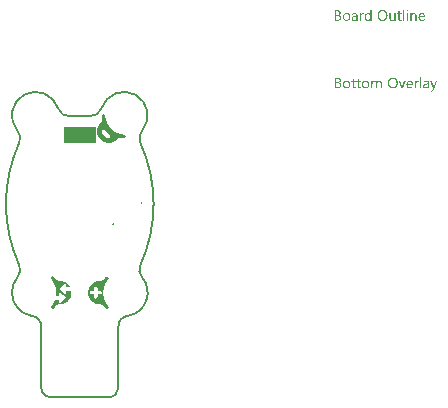
<source format=gbo>
G04*
G04 #@! TF.GenerationSoftware,Altium Limited,Altium Designer,21.9.2 (33)*
G04*
G04 Layer_Color=32896*
%FSAX25Y25*%
%MOIN*%
G70*
G04*
G04 #@! TF.SameCoordinates,55729F2E-D9A4-4FFF-85C7-0234479D7BD1*
G04*
G04*
G04 #@! TF.FilePolarity,Positive*
G04*
G01*
G75*
%ADD10C,0.00591*%
%ADD11C,0.00787*%
%ADD52R,0.11122X0.05315*%
G36*
X0109248Y0064744D02*
X0109273D01*
X0109329Y0064719D01*
X0109360Y0064701D01*
X0109391Y0064676D01*
X0109397Y0064670D01*
X0109403Y0064663D01*
X0109434Y0064626D01*
X0109459Y0064564D01*
X0109465Y0064527D01*
X0109471Y0064490D01*
Y0064484D01*
Y0064472D01*
X0109465Y0064453D01*
X0109459Y0064428D01*
X0109440Y0064366D01*
X0109416Y0064335D01*
X0109391Y0064304D01*
X0109385D01*
X0109378Y0064292D01*
X0109341Y0064267D01*
X0109286Y0064242D01*
X0109248Y0064236D01*
X0109211Y0064230D01*
X0109193D01*
X0109174Y0064236D01*
X0109149D01*
X0109088Y0064261D01*
X0109057Y0064273D01*
X0109026Y0064298D01*
Y0064304D01*
X0109013Y0064310D01*
X0109001Y0064329D01*
X0108988Y0064348D01*
X0108964Y0064410D01*
X0108958Y0064447D01*
X0108951Y0064490D01*
Y0064496D01*
Y0064509D01*
X0108958Y0064527D01*
X0108964Y0064558D01*
X0108982Y0064614D01*
X0109001Y0064645D01*
X0109026Y0064676D01*
X0109032Y0064682D01*
X0109038Y0064688D01*
X0109075Y0064713D01*
X0109137Y0064738D01*
X0109174Y0064750D01*
X0109230D01*
X0109248Y0064744D01*
D02*
G37*
G36*
X0097258Y0061079D02*
X0096856D01*
Y0061500D01*
X0096844D01*
Y0061494D01*
X0096831Y0061482D01*
X0096813Y0061457D01*
X0096794Y0061426D01*
X0096763Y0061389D01*
X0096726Y0061352D01*
X0096683Y0061308D01*
X0096633Y0061265D01*
X0096578Y0061216D01*
X0096509Y0061172D01*
X0096441Y0061135D01*
X0096361Y0061098D01*
X0096280Y0061067D01*
X0096188Y0061042D01*
X0096088Y0061030D01*
X0095983Y0061024D01*
X0095940D01*
X0095903Y0061030D01*
X0095866Y0061036D01*
X0095816Y0061042D01*
X0095711Y0061067D01*
X0095587Y0061104D01*
X0095463Y0061166D01*
X0095395Y0061203D01*
X0095340Y0061247D01*
X0095278Y0061302D01*
X0095222Y0061358D01*
Y0061364D01*
X0095209Y0061377D01*
X0095197Y0061395D01*
X0095179Y0061420D01*
X0095160Y0061451D01*
X0095135Y0061494D01*
X0095110Y0061544D01*
X0095086Y0061599D01*
X0095055Y0061661D01*
X0095030Y0061729D01*
X0095005Y0061804D01*
X0094987Y0061884D01*
X0094968Y0061971D01*
X0094956Y0062070D01*
X0094950Y0062169D01*
X0094943Y0062274D01*
Y0062280D01*
Y0062299D01*
Y0062336D01*
X0094950Y0062379D01*
X0094956Y0062429D01*
X0094962Y0062491D01*
X0094968Y0062559D01*
X0094981Y0062633D01*
X0095018Y0062794D01*
X0095073Y0062961D01*
X0095110Y0063042D01*
X0095154Y0063122D01*
X0095197Y0063196D01*
X0095253Y0063271D01*
X0095259Y0063277D01*
X0095265Y0063289D01*
X0095284Y0063308D01*
X0095309Y0063332D01*
X0095340Y0063357D01*
X0095383Y0063388D01*
X0095426Y0063425D01*
X0095476Y0063463D01*
X0095600Y0063531D01*
X0095742Y0063592D01*
X0095822Y0063611D01*
X0095909Y0063630D01*
X0095996Y0063642D01*
X0096095Y0063648D01*
X0096144D01*
X0096181Y0063642D01*
X0096219Y0063636D01*
X0096268Y0063630D01*
X0096379Y0063599D01*
X0096503Y0063549D01*
X0096565Y0063518D01*
X0096627Y0063475D01*
X0096689Y0063432D01*
X0096745Y0063376D01*
X0096794Y0063314D01*
X0096844Y0063240D01*
X0096856D01*
Y0064799D01*
X0097258D01*
Y0061079D01*
D02*
G37*
G36*
X0111526Y0063642D02*
X0111601Y0063636D01*
X0111694Y0063617D01*
X0111793Y0063586D01*
X0111898Y0063537D01*
X0112003Y0063469D01*
X0112046Y0063432D01*
X0112090Y0063382D01*
X0112102Y0063370D01*
X0112127Y0063332D01*
X0112158Y0063271D01*
X0112201Y0063184D01*
X0112238Y0063079D01*
X0112275Y0062949D01*
X0112300Y0062794D01*
X0112306Y0062615D01*
Y0061079D01*
X0111904D01*
Y0062509D01*
Y0062515D01*
Y0062546D01*
X0111898Y0062584D01*
Y0062633D01*
X0111885Y0062695D01*
X0111873Y0062763D01*
X0111854Y0062837D01*
X0111830Y0062912D01*
X0111799Y0062986D01*
X0111762Y0063054D01*
X0111712Y0063122D01*
X0111656Y0063184D01*
X0111594Y0063234D01*
X0111514Y0063271D01*
X0111427Y0063302D01*
X0111322Y0063308D01*
X0111310D01*
X0111273Y0063302D01*
X0111217Y0063295D01*
X0111149Y0063277D01*
X0111068Y0063252D01*
X0110982Y0063209D01*
X0110901Y0063153D01*
X0110821Y0063079D01*
X0110814Y0063066D01*
X0110790Y0063042D01*
X0110759Y0062992D01*
X0110722Y0062924D01*
X0110685Y0062844D01*
X0110654Y0062744D01*
X0110629Y0062633D01*
X0110623Y0062509D01*
Y0061079D01*
X0110220D01*
Y0063592D01*
X0110623D01*
Y0063172D01*
X0110635D01*
X0110641Y0063178D01*
X0110647Y0063190D01*
X0110666Y0063215D01*
X0110691Y0063246D01*
X0110715Y0063283D01*
X0110753Y0063320D01*
X0110796Y0063363D01*
X0110845Y0063413D01*
X0110901Y0063456D01*
X0110963Y0063500D01*
X0111031Y0063537D01*
X0111106Y0063574D01*
X0111180Y0063605D01*
X0111266Y0063630D01*
X0111359Y0063642D01*
X0111458Y0063648D01*
X0111495D01*
X0111526Y0063642D01*
D02*
G37*
G36*
X0094529Y0063630D02*
X0094603Y0063623D01*
X0094646Y0063611D01*
X0094677Y0063599D01*
Y0063184D01*
X0094671Y0063190D01*
X0094659Y0063196D01*
X0094634Y0063209D01*
X0094603Y0063227D01*
X0094560Y0063240D01*
X0094504Y0063252D01*
X0094442Y0063258D01*
X0094374Y0063264D01*
X0094362D01*
X0094331Y0063258D01*
X0094281Y0063252D01*
X0094225Y0063234D01*
X0094151Y0063203D01*
X0094083Y0063159D01*
X0094009Y0063097D01*
X0093941Y0063017D01*
X0093934Y0063004D01*
X0093916Y0062973D01*
X0093885Y0062918D01*
X0093854Y0062844D01*
X0093823Y0062751D01*
X0093792Y0062633D01*
X0093774Y0062503D01*
X0093767Y0062354D01*
Y0061079D01*
X0093365D01*
Y0063592D01*
X0093767D01*
Y0063073D01*
X0093780D01*
Y0063079D01*
X0093786Y0063085D01*
X0093798Y0063116D01*
X0093817Y0063165D01*
X0093848Y0063227D01*
X0093879Y0063289D01*
X0093928Y0063357D01*
X0093978Y0063425D01*
X0094040Y0063487D01*
X0094046Y0063493D01*
X0094071Y0063512D01*
X0094108Y0063537D01*
X0094157Y0063561D01*
X0094213Y0063586D01*
X0094281Y0063611D01*
X0094355Y0063630D01*
X0094436Y0063636D01*
X0094491D01*
X0094529Y0063630D01*
D02*
G37*
G36*
X0105268Y0061079D02*
X0104866D01*
Y0061475D01*
X0104854D01*
Y0061469D01*
X0104841Y0061457D01*
X0104829Y0061432D01*
X0104804Y0061407D01*
X0104748Y0061333D01*
X0104662Y0061253D01*
X0104612Y0061209D01*
X0104556Y0061166D01*
X0104495Y0061129D01*
X0104420Y0061092D01*
X0104346Y0061067D01*
X0104265Y0061042D01*
X0104173Y0061030D01*
X0104080Y0061024D01*
X0104043D01*
X0103999Y0061030D01*
X0103937Y0061042D01*
X0103869Y0061055D01*
X0103795Y0061079D01*
X0103715Y0061110D01*
X0103634Y0061160D01*
X0103548Y0061216D01*
X0103467Y0061284D01*
X0103393Y0061370D01*
X0103325Y0061475D01*
X0103263Y0061593D01*
X0103219Y0061735D01*
X0103195Y0061903D01*
X0103182Y0061989D01*
Y0062088D01*
Y0063592D01*
X0103578D01*
Y0062150D01*
Y0062144D01*
Y0062119D01*
X0103585Y0062076D01*
X0103591Y0062026D01*
X0103597Y0061964D01*
X0103609Y0061903D01*
X0103628Y0061828D01*
X0103653Y0061754D01*
X0103690Y0061680D01*
X0103727Y0061612D01*
X0103777Y0061544D01*
X0103838Y0061482D01*
X0103907Y0061432D01*
X0103987Y0061395D01*
X0104086Y0061364D01*
X0104191Y0061358D01*
X0104204D01*
X0104241Y0061364D01*
X0104297Y0061370D01*
X0104358Y0061383D01*
X0104439Y0061414D01*
X0104519Y0061451D01*
X0104600Y0061500D01*
X0104674Y0061575D01*
X0104680Y0061587D01*
X0104705Y0061612D01*
X0104736Y0061661D01*
X0104773Y0061729D01*
X0104804Y0061810D01*
X0104835Y0061909D01*
X0104860Y0062020D01*
X0104866Y0062144D01*
Y0063592D01*
X0105268D01*
Y0061079D01*
D02*
G37*
G36*
X0109403D02*
X0109001D01*
Y0063592D01*
X0109403D01*
Y0061079D01*
D02*
G37*
G36*
X0108184D02*
X0107781D01*
Y0064799D01*
X0108184D01*
Y0061079D01*
D02*
G37*
G36*
X0091805Y0063642D02*
X0091861Y0063636D01*
X0091929Y0063617D01*
X0092003Y0063599D01*
X0092084Y0063568D01*
X0092170Y0063531D01*
X0092251Y0063481D01*
X0092331Y0063419D01*
X0092405Y0063345D01*
X0092474Y0063252D01*
X0092529Y0063147D01*
X0092573Y0063023D01*
X0092597Y0062881D01*
X0092610Y0062713D01*
Y0061079D01*
X0092207D01*
Y0061469D01*
X0092195D01*
Y0061463D01*
X0092183Y0061451D01*
X0092170Y0061426D01*
X0092146Y0061401D01*
X0092084Y0061327D01*
X0092003Y0061247D01*
X0091892Y0061166D01*
X0091762Y0061092D01*
X0091681Y0061067D01*
X0091601Y0061042D01*
X0091514Y0061030D01*
X0091421Y0061024D01*
X0091384D01*
X0091359Y0061030D01*
X0091291Y0061036D01*
X0091211Y0061048D01*
X0091112Y0061073D01*
X0091019Y0061104D01*
X0090920Y0061154D01*
X0090833Y0061216D01*
X0090827Y0061228D01*
X0090802Y0061253D01*
X0090765Y0061296D01*
X0090728Y0061358D01*
X0090691Y0061432D01*
X0090654Y0061519D01*
X0090629Y0061624D01*
X0090623Y0061742D01*
Y0061748D01*
Y0061773D01*
X0090629Y0061810D01*
X0090635Y0061853D01*
X0090648Y0061909D01*
X0090666Y0061971D01*
X0090691Y0062039D01*
X0090728Y0062107D01*
X0090771Y0062181D01*
X0090827Y0062255D01*
X0090895Y0062323D01*
X0090976Y0062385D01*
X0091068Y0062447D01*
X0091180Y0062497D01*
X0091304Y0062534D01*
X0091452Y0062565D01*
X0092207Y0062670D01*
Y0062676D01*
Y0062695D01*
X0092201Y0062732D01*
Y0062769D01*
X0092189Y0062819D01*
X0092183Y0062875D01*
X0092146Y0062992D01*
X0092115Y0063048D01*
X0092084Y0063103D01*
X0092040Y0063159D01*
X0091991Y0063209D01*
X0091929Y0063252D01*
X0091861Y0063283D01*
X0091780Y0063302D01*
X0091687Y0063308D01*
X0091644D01*
X0091613Y0063302D01*
X0091570D01*
X0091527Y0063289D01*
X0091415Y0063271D01*
X0091291Y0063234D01*
X0091155Y0063178D01*
X0091081Y0063141D01*
X0091013Y0063103D01*
X0090938Y0063054D01*
X0090870Y0062998D01*
Y0063413D01*
X0090877D01*
X0090889Y0063425D01*
X0090908Y0063438D01*
X0090938Y0063450D01*
X0090969Y0063469D01*
X0091013Y0063487D01*
X0091062Y0063506D01*
X0091118Y0063531D01*
X0091242Y0063574D01*
X0091390Y0063611D01*
X0091551Y0063636D01*
X0091725Y0063648D01*
X0091762D01*
X0091805Y0063642D01*
D02*
G37*
G36*
X0086116Y0064589D02*
X0086160D01*
X0086203Y0064583D01*
X0086302Y0064570D01*
X0086420Y0064540D01*
X0086544Y0064502D01*
X0086661Y0064447D01*
X0086766Y0064372D01*
X0086773D01*
X0086779Y0064360D01*
X0086810Y0064335D01*
X0086853Y0064286D01*
X0086903Y0064218D01*
X0086946Y0064131D01*
X0086989Y0064032D01*
X0087020Y0063921D01*
X0087033Y0063859D01*
Y0063791D01*
Y0063784D01*
Y0063778D01*
Y0063741D01*
X0087026Y0063685D01*
X0087014Y0063617D01*
X0086995Y0063531D01*
X0086964Y0063444D01*
X0086927Y0063357D01*
X0086872Y0063271D01*
X0086865Y0063258D01*
X0086841Y0063234D01*
X0086804Y0063196D01*
X0086754Y0063147D01*
X0086692Y0063097D01*
X0086618Y0063042D01*
X0086525Y0062998D01*
X0086426Y0062955D01*
Y0062949D01*
X0086444D01*
X0086463Y0062942D01*
X0086482Y0062936D01*
X0086550Y0062924D01*
X0086630Y0062899D01*
X0086717Y0062862D01*
X0086810Y0062819D01*
X0086903Y0062757D01*
X0086989Y0062676D01*
X0087002Y0062664D01*
X0087026Y0062633D01*
X0087057Y0062590D01*
X0087101Y0062522D01*
X0087138Y0062435D01*
X0087175Y0062336D01*
X0087200Y0062218D01*
X0087206Y0062088D01*
Y0062082D01*
Y0062070D01*
Y0062045D01*
X0087200Y0062014D01*
X0087194Y0061977D01*
X0087187Y0061934D01*
X0087163Y0061828D01*
X0087125Y0061711D01*
X0087070Y0061587D01*
X0087033Y0061531D01*
X0086989Y0061469D01*
X0086933Y0061414D01*
X0086878Y0061358D01*
X0086872D01*
X0086865Y0061345D01*
X0086847Y0061333D01*
X0086822Y0061315D01*
X0086791Y0061296D01*
X0086748Y0061271D01*
X0086655Y0061222D01*
X0086537Y0061166D01*
X0086401Y0061123D01*
X0086240Y0061092D01*
X0086160Y0061085D01*
X0086067Y0061079D01*
X0085039D01*
Y0064595D01*
X0086085D01*
X0086116Y0064589D01*
D02*
G37*
G36*
X0106612Y0063592D02*
X0107249D01*
Y0063246D01*
X0106612D01*
Y0061828D01*
Y0061816D01*
Y0061785D01*
X0106618Y0061742D01*
X0106624Y0061686D01*
X0106649Y0061568D01*
X0106667Y0061513D01*
X0106698Y0061469D01*
X0106704Y0061463D01*
X0106717Y0061451D01*
X0106735Y0061438D01*
X0106766Y0061420D01*
X0106803Y0061395D01*
X0106853Y0061383D01*
X0106915Y0061370D01*
X0106983Y0061364D01*
X0107008D01*
X0107039Y0061370D01*
X0107076Y0061377D01*
X0107162Y0061401D01*
X0107206Y0061420D01*
X0107249Y0061445D01*
Y0061098D01*
X0107243D01*
X0107224Y0061085D01*
X0107193Y0061079D01*
X0107150Y0061067D01*
X0107094Y0061055D01*
X0107032Y0061042D01*
X0106958Y0061036D01*
X0106871Y0061030D01*
X0106841D01*
X0106810Y0061036D01*
X0106766Y0061042D01*
X0106717Y0061055D01*
X0106661Y0061067D01*
X0106605Y0061092D01*
X0106543Y0061123D01*
X0106482Y0061160D01*
X0106420Y0061209D01*
X0106364Y0061265D01*
X0106314Y0061339D01*
X0106271Y0061420D01*
X0106240Y0061519D01*
X0106215Y0061630D01*
X0106209Y0061760D01*
Y0063246D01*
X0105782D01*
Y0063592D01*
X0106209D01*
Y0064205D01*
X0106612Y0064335D01*
Y0063592D01*
D02*
G37*
G36*
X0114139Y0063642D02*
X0114182Y0063636D01*
X0114225Y0063630D01*
X0114337Y0063611D01*
X0114460Y0063568D01*
X0114584Y0063512D01*
X0114646Y0063475D01*
X0114708Y0063432D01*
X0114764Y0063382D01*
X0114820Y0063326D01*
X0114826Y0063320D01*
X0114832Y0063314D01*
X0114844Y0063295D01*
X0114863Y0063271D01*
X0114881Y0063234D01*
X0114906Y0063196D01*
X0114931Y0063153D01*
X0114956Y0063097D01*
X0114980Y0063035D01*
X0115005Y0062973D01*
X0115030Y0062899D01*
X0115049Y0062819D01*
X0115067Y0062732D01*
X0115079Y0062645D01*
X0115092Y0062546D01*
Y0062441D01*
Y0062231D01*
X0113315D01*
Y0062225D01*
Y0062212D01*
Y0062194D01*
X0113321Y0062163D01*
X0113328Y0062125D01*
Y0062088D01*
X0113346Y0061989D01*
X0113377Y0061890D01*
X0113414Y0061779D01*
X0113470Y0061674D01*
X0113538Y0061581D01*
X0113550Y0061568D01*
X0113575Y0061544D01*
X0113625Y0061513D01*
X0113693Y0061469D01*
X0113779Y0061426D01*
X0113879Y0061395D01*
X0113996Y0061370D01*
X0114132Y0061358D01*
X0114176D01*
X0114207Y0061364D01*
X0114244D01*
X0114287Y0061370D01*
X0114392Y0061395D01*
X0114510Y0061426D01*
X0114640Y0061475D01*
X0114776Y0061544D01*
X0114844Y0061587D01*
X0114912Y0061637D01*
Y0061259D01*
X0114906D01*
X0114900Y0061247D01*
X0114881Y0061240D01*
X0114850Y0061222D01*
X0114820Y0061203D01*
X0114782Y0061185D01*
X0114733Y0061166D01*
X0114683Y0061141D01*
X0114621Y0061116D01*
X0114553Y0061098D01*
X0114405Y0061061D01*
X0114231Y0061036D01*
X0114040Y0061024D01*
X0113990D01*
X0113953Y0061030D01*
X0113909Y0061036D01*
X0113854Y0061042D01*
X0113736Y0061067D01*
X0113600Y0061104D01*
X0113464Y0061166D01*
X0113396Y0061209D01*
X0113328Y0061253D01*
X0113266Y0061302D01*
X0113204Y0061364D01*
X0113198Y0061370D01*
X0113191Y0061383D01*
X0113179Y0061401D01*
X0113154Y0061426D01*
X0113136Y0061463D01*
X0113111Y0061506D01*
X0113080Y0061556D01*
X0113055Y0061612D01*
X0113024Y0061674D01*
X0113000Y0061748D01*
X0112969Y0061828D01*
X0112950Y0061915D01*
X0112932Y0062008D01*
X0112913Y0062107D01*
X0112907Y0062212D01*
X0112901Y0062323D01*
Y0062330D01*
Y0062348D01*
Y0062379D01*
X0112907Y0062423D01*
X0112913Y0062472D01*
X0112919Y0062528D01*
X0112925Y0062596D01*
X0112944Y0062664D01*
X0112981Y0062813D01*
X0113037Y0062973D01*
X0113074Y0063054D01*
X0113123Y0063128D01*
X0113173Y0063209D01*
X0113229Y0063277D01*
X0113235Y0063283D01*
X0113247Y0063295D01*
X0113266Y0063314D01*
X0113291Y0063332D01*
X0113321Y0063363D01*
X0113359Y0063394D01*
X0113408Y0063425D01*
X0113458Y0063463D01*
X0113575Y0063531D01*
X0113718Y0063592D01*
X0113798Y0063611D01*
X0113879Y0063630D01*
X0113965Y0063642D01*
X0114058Y0063648D01*
X0114108D01*
X0114139Y0063642D01*
D02*
G37*
G36*
X0101096Y0064651D02*
X0101158Y0064645D01*
X0101232Y0064632D01*
X0101313Y0064614D01*
X0101400Y0064595D01*
X0101486Y0064570D01*
X0101585Y0064540D01*
X0101678Y0064496D01*
X0101777Y0064447D01*
X0101876Y0064391D01*
X0101969Y0064323D01*
X0102062Y0064249D01*
X0102148Y0064162D01*
X0102155Y0064156D01*
X0102167Y0064137D01*
X0102192Y0064113D01*
X0102217Y0064075D01*
X0102254Y0064026D01*
X0102291Y0063964D01*
X0102328Y0063896D01*
X0102371Y0063822D01*
X0102415Y0063729D01*
X0102452Y0063636D01*
X0102489Y0063531D01*
X0102526Y0063413D01*
X0102551Y0063295D01*
X0102576Y0063165D01*
X0102588Y0063023D01*
X0102594Y0062881D01*
Y0062868D01*
Y0062844D01*
Y0062800D01*
X0102588Y0062738D01*
X0102582Y0062664D01*
X0102569Y0062584D01*
X0102557Y0062491D01*
X0102539Y0062385D01*
X0102514Y0062280D01*
X0102483Y0062169D01*
X0102446Y0062057D01*
X0102402Y0061946D01*
X0102347Y0061828D01*
X0102285Y0061723D01*
X0102217Y0061618D01*
X0102136Y0061519D01*
X0102130Y0061513D01*
X0102118Y0061500D01*
X0102087Y0061475D01*
X0102056Y0061445D01*
X0102006Y0061401D01*
X0101951Y0061364D01*
X0101889Y0061315D01*
X0101814Y0061271D01*
X0101734Y0061228D01*
X0101641Y0061178D01*
X0101542Y0061141D01*
X0101430Y0061104D01*
X0101313Y0061067D01*
X0101189Y0061042D01*
X0101059Y0061030D01*
X0100917Y0061024D01*
X0100886D01*
X0100842Y0061030D01*
X0100793D01*
X0100731Y0061036D01*
X0100657Y0061048D01*
X0100576Y0061067D01*
X0100483Y0061085D01*
X0100391Y0061110D01*
X0100292Y0061141D01*
X0100192Y0061185D01*
X0100093Y0061228D01*
X0099994Y0061284D01*
X0099895Y0061352D01*
X0099803Y0061426D01*
X0099716Y0061513D01*
X0099710Y0061519D01*
X0099697Y0061537D01*
X0099673Y0061562D01*
X0099648Y0061599D01*
X0099611Y0061649D01*
X0099573Y0061711D01*
X0099536Y0061779D01*
X0099493Y0061859D01*
X0099450Y0061946D01*
X0099413Y0062039D01*
X0099375Y0062144D01*
X0099338Y0062262D01*
X0099313Y0062379D01*
X0099289Y0062509D01*
X0099276Y0062652D01*
X0099270Y0062794D01*
Y0062806D01*
Y0062831D01*
X0099276Y0062875D01*
Y0062936D01*
X0099283Y0063004D01*
X0099295Y0063091D01*
X0099307Y0063184D01*
X0099326Y0063283D01*
X0099351Y0063388D01*
X0099382Y0063500D01*
X0099419Y0063611D01*
X0099462Y0063722D01*
X0099518Y0063834D01*
X0099580Y0063945D01*
X0099648Y0064051D01*
X0099728Y0064150D01*
X0099734Y0064156D01*
X0099747Y0064174D01*
X0099778Y0064199D01*
X0099815Y0064230D01*
X0099858Y0064267D01*
X0099914Y0064310D01*
X0099982Y0064354D01*
X0100056Y0064403D01*
X0100143Y0064453D01*
X0100236Y0064496D01*
X0100335Y0064540D01*
X0100446Y0064577D01*
X0100570Y0064608D01*
X0100700Y0064639D01*
X0100836Y0064651D01*
X0100979Y0064657D01*
X0101047D01*
X0101096Y0064651D01*
D02*
G37*
G36*
X0089069Y0063642D02*
X0089112Y0063636D01*
X0089168Y0063630D01*
X0089292Y0063605D01*
X0089434Y0063561D01*
X0089577Y0063500D01*
X0089651Y0063463D01*
X0089719Y0063419D01*
X0089787Y0063363D01*
X0089849Y0063302D01*
X0089855Y0063295D01*
X0089861Y0063283D01*
X0089880Y0063264D01*
X0089899Y0063240D01*
X0089923Y0063203D01*
X0089948Y0063159D01*
X0089979Y0063110D01*
X0090010Y0063054D01*
X0090035Y0062986D01*
X0090066Y0062918D01*
X0090090Y0062837D01*
X0090115Y0062751D01*
X0090134Y0062658D01*
X0090152Y0062559D01*
X0090158Y0062454D01*
X0090165Y0062342D01*
Y0062336D01*
Y0062317D01*
Y0062286D01*
X0090158Y0062243D01*
X0090152Y0062194D01*
X0090146Y0062132D01*
X0090134Y0062070D01*
X0090121Y0061996D01*
X0090084Y0061847D01*
X0090022Y0061686D01*
X0089985Y0061606D01*
X0089936Y0061525D01*
X0089886Y0061451D01*
X0089824Y0061383D01*
X0089818Y0061377D01*
X0089806Y0061370D01*
X0089787Y0061352D01*
X0089762Y0061327D01*
X0089725Y0061302D01*
X0089688Y0061271D01*
X0089639Y0061234D01*
X0089583Y0061203D01*
X0089521Y0061172D01*
X0089453Y0061135D01*
X0089379Y0061104D01*
X0089298Y0061079D01*
X0089211Y0061055D01*
X0089119Y0061042D01*
X0089020Y0061030D01*
X0088914Y0061024D01*
X0088859D01*
X0088822Y0061030D01*
X0088778Y0061036D01*
X0088722Y0061042D01*
X0088661Y0061055D01*
X0088592Y0061067D01*
X0088450Y0061110D01*
X0088301Y0061172D01*
X0088227Y0061209D01*
X0088159Y0061259D01*
X0088091Y0061308D01*
X0088023Y0061370D01*
X0088017Y0061377D01*
X0088011Y0061389D01*
X0087992Y0061407D01*
X0087973Y0061432D01*
X0087949Y0061469D01*
X0087918Y0061513D01*
X0087887Y0061562D01*
X0087862Y0061618D01*
X0087831Y0061686D01*
X0087800Y0061754D01*
X0087769Y0061828D01*
X0087744Y0061915D01*
X0087707Y0062101D01*
X0087701Y0062200D01*
X0087695Y0062305D01*
Y0062311D01*
Y0062336D01*
Y0062367D01*
X0087701Y0062410D01*
X0087707Y0062460D01*
X0087713Y0062522D01*
X0087726Y0062590D01*
X0087738Y0062664D01*
X0087775Y0062825D01*
X0087837Y0062986D01*
X0087881Y0063066D01*
X0087924Y0063147D01*
X0087973Y0063221D01*
X0088035Y0063289D01*
X0088042Y0063295D01*
X0088054Y0063308D01*
X0088073Y0063320D01*
X0088097Y0063345D01*
X0088134Y0063370D01*
X0088178Y0063401D01*
X0088227Y0063438D01*
X0088283Y0063469D01*
X0088345Y0063500D01*
X0088419Y0063537D01*
X0088493Y0063568D01*
X0088580Y0063592D01*
X0088667Y0063617D01*
X0088766Y0063636D01*
X0088871Y0063642D01*
X0088976Y0063648D01*
X0089032D01*
X0089069Y0063642D01*
D02*
G37*
G36*
X0099976Y0041146D02*
X0100032Y0041134D01*
X0100093Y0041122D01*
X0100162Y0041097D01*
X0100242Y0041066D01*
X0100316Y0041023D01*
X0100397Y0040973D01*
X0100471Y0040905D01*
X0100539Y0040819D01*
X0100601Y0040719D01*
X0100657Y0040608D01*
X0100694Y0040466D01*
X0100725Y0040311D01*
X0100731Y0040131D01*
Y0038584D01*
X0100329D01*
Y0040026D01*
Y0040032D01*
Y0040045D01*
Y0040063D01*
Y0040094D01*
X0100322Y0040168D01*
X0100310Y0040255D01*
X0100298Y0040354D01*
X0100273Y0040453D01*
X0100242Y0040546D01*
X0100199Y0040627D01*
X0100192Y0040633D01*
X0100174Y0040657D01*
X0100143Y0040688D01*
X0100093Y0040719D01*
X0100038Y0040757D01*
X0099963Y0040781D01*
X0099871Y0040806D01*
X0099765Y0040812D01*
X0099753D01*
X0099722Y0040806D01*
X0099673Y0040800D01*
X0099611Y0040781D01*
X0099542Y0040757D01*
X0099468Y0040713D01*
X0099394Y0040657D01*
X0099326Y0040577D01*
X0099320Y0040565D01*
X0099301Y0040534D01*
X0099270Y0040484D01*
X0099239Y0040416D01*
X0099202Y0040336D01*
X0099177Y0040243D01*
X0099153Y0040131D01*
X0099146Y0040014D01*
Y0038584D01*
X0098744D01*
Y0040076D01*
Y0040082D01*
Y0040107D01*
X0098738Y0040144D01*
Y0040193D01*
X0098725Y0040249D01*
X0098713Y0040311D01*
X0098694Y0040373D01*
X0098676Y0040447D01*
X0098645Y0040515D01*
X0098608Y0040577D01*
X0098558Y0040639D01*
X0098503Y0040695D01*
X0098441Y0040744D01*
X0098360Y0040781D01*
X0098274Y0040806D01*
X0098175Y0040812D01*
X0098162D01*
X0098131Y0040806D01*
X0098082Y0040800D01*
X0098020Y0040788D01*
X0097952Y0040757D01*
X0097877Y0040719D01*
X0097803Y0040664D01*
X0097735Y0040589D01*
X0097729Y0040577D01*
X0097710Y0040552D01*
X0097679Y0040503D01*
X0097648Y0040435D01*
X0097617Y0040354D01*
X0097587Y0040255D01*
X0097568Y0040144D01*
X0097562Y0040014D01*
Y0038584D01*
X0097159D01*
Y0041097D01*
X0097562D01*
Y0040695D01*
X0097574D01*
X0097580Y0040701D01*
X0097587Y0040713D01*
X0097605Y0040738D01*
X0097624Y0040769D01*
X0097685Y0040837D01*
X0097772Y0040924D01*
X0097884Y0041010D01*
X0098014Y0041078D01*
X0098094Y0041109D01*
X0098175Y0041134D01*
X0098261Y0041146D01*
X0098354Y0041153D01*
X0098397D01*
X0098447Y0041146D01*
X0098509Y0041134D01*
X0098577Y0041116D01*
X0098651Y0041091D01*
X0098725Y0041060D01*
X0098800Y0041010D01*
X0098806Y0041004D01*
X0098831Y0040986D01*
X0098862Y0040955D01*
X0098905Y0040911D01*
X0098948Y0040856D01*
X0098992Y0040794D01*
X0099035Y0040719D01*
X0099066Y0040633D01*
X0099072Y0040639D01*
X0099078Y0040657D01*
X0099097Y0040682D01*
X0099115Y0040713D01*
X0099146Y0040757D01*
X0099183Y0040800D01*
X0099227Y0040843D01*
X0099276Y0040893D01*
X0099332Y0040942D01*
X0099394Y0040986D01*
X0099462Y0041035D01*
X0099536Y0041072D01*
X0099617Y0041103D01*
X0099704Y0041128D01*
X0099803Y0041146D01*
X0099902Y0041153D01*
X0099939D01*
X0099976Y0041146D01*
D02*
G37*
G36*
X0112851Y0041134D02*
X0112925Y0041128D01*
X0112969Y0041116D01*
X0113000Y0041103D01*
Y0040688D01*
X0112993Y0040695D01*
X0112981Y0040701D01*
X0112956Y0040713D01*
X0112925Y0040732D01*
X0112882Y0040744D01*
X0112826Y0040757D01*
X0112764Y0040763D01*
X0112696Y0040769D01*
X0112684D01*
X0112653Y0040763D01*
X0112603Y0040757D01*
X0112548Y0040738D01*
X0112473Y0040707D01*
X0112405Y0040664D01*
X0112331Y0040602D01*
X0112263Y0040521D01*
X0112257Y0040509D01*
X0112238Y0040478D01*
X0112207Y0040422D01*
X0112176Y0040348D01*
X0112145Y0040255D01*
X0112114Y0040138D01*
X0112096Y0040008D01*
X0112090Y0039859D01*
Y0038584D01*
X0111687D01*
Y0041097D01*
X0112090D01*
Y0040577D01*
X0112102D01*
Y0040583D01*
X0112108Y0040589D01*
X0112121Y0040620D01*
X0112139Y0040670D01*
X0112170Y0040732D01*
X0112201Y0040794D01*
X0112251Y0040862D01*
X0112300Y0040930D01*
X0112362Y0040992D01*
X0112368Y0040998D01*
X0112393Y0041017D01*
X0112430Y0041041D01*
X0112480Y0041066D01*
X0112535Y0041091D01*
X0112603Y0041116D01*
X0112678Y0041134D01*
X0112758Y0041140D01*
X0112814D01*
X0112851Y0041134D01*
D02*
G37*
G36*
X0118057Y0038181D02*
X0118051Y0038175D01*
X0118044Y0038151D01*
X0118026Y0038107D01*
X0118001Y0038058D01*
X0117970Y0038002D01*
X0117927Y0037934D01*
X0117884Y0037866D01*
X0117834Y0037792D01*
X0117772Y0037717D01*
X0117710Y0037649D01*
X0117636Y0037581D01*
X0117555Y0037525D01*
X0117475Y0037476D01*
X0117382Y0037433D01*
X0117289Y0037408D01*
X0117184Y0037402D01*
X0117128D01*
X0117091Y0037408D01*
X0117011Y0037420D01*
X0116924Y0037439D01*
Y0037798D01*
X0116930D01*
X0116949Y0037792D01*
X0116974Y0037785D01*
X0117005Y0037779D01*
X0117079Y0037761D01*
X0117159Y0037754D01*
X0117172D01*
X0117209Y0037761D01*
X0117264Y0037773D01*
X0117333Y0037798D01*
X0117407Y0037841D01*
X0117444Y0037872D01*
X0117481Y0037909D01*
X0117518Y0037946D01*
X0117555Y0037996D01*
X0117586Y0038052D01*
X0117617Y0038113D01*
X0117822Y0038584D01*
X0116837Y0041097D01*
X0117283D01*
X0117964Y0039160D01*
Y0039153D01*
X0117970Y0039141D01*
X0117976Y0039122D01*
X0117982Y0039098D01*
X0117989Y0039061D01*
X0118001Y0039023D01*
X0118014Y0038968D01*
X0118032D01*
Y0038980D01*
X0118044Y0039017D01*
X0118057Y0039073D01*
X0118082Y0039153D01*
X0118793Y0041097D01*
X0119208D01*
X0118057Y0038181D01*
D02*
G37*
G36*
X0107627Y0038584D02*
X0107230D01*
X0106277Y0041097D01*
X0106717D01*
X0107360Y0039271D01*
X0107367Y0039265D01*
X0107373Y0039240D01*
X0107385Y0039197D01*
X0107398Y0039153D01*
X0107410Y0039098D01*
X0107429Y0039036D01*
X0107447Y0038918D01*
X0107453D01*
Y0038924D01*
X0107459Y0038949D01*
X0107466Y0038986D01*
X0107472Y0039030D01*
X0107484Y0039085D01*
X0107497Y0039141D01*
X0107534Y0039259D01*
X0108202Y0041097D01*
X0108623D01*
X0107627Y0038584D01*
D02*
G37*
G36*
X0115649Y0041146D02*
X0115705Y0041140D01*
X0115773Y0041122D01*
X0115847Y0041103D01*
X0115928Y0041072D01*
X0116014Y0041035D01*
X0116095Y0040986D01*
X0116175Y0040924D01*
X0116249Y0040849D01*
X0116317Y0040757D01*
X0116373Y0040651D01*
X0116417Y0040527D01*
X0116441Y0040385D01*
X0116454Y0040218D01*
Y0038584D01*
X0116051D01*
Y0038974D01*
X0116039D01*
Y0038968D01*
X0116026Y0038955D01*
X0116014Y0038930D01*
X0115989Y0038906D01*
X0115928Y0038831D01*
X0115847Y0038751D01*
X0115736Y0038671D01*
X0115606Y0038596D01*
X0115525Y0038572D01*
X0115445Y0038547D01*
X0115358Y0038534D01*
X0115265Y0038528D01*
X0115228D01*
X0115203Y0038534D01*
X0115135Y0038541D01*
X0115055Y0038553D01*
X0114956Y0038578D01*
X0114863Y0038609D01*
X0114764Y0038658D01*
X0114677Y0038720D01*
X0114671Y0038732D01*
X0114646Y0038757D01*
X0114609Y0038800D01*
X0114572Y0038862D01*
X0114535Y0038937D01*
X0114498Y0039023D01*
X0114473Y0039129D01*
X0114467Y0039246D01*
Y0039252D01*
Y0039277D01*
X0114473Y0039314D01*
X0114479Y0039358D01*
X0114491Y0039413D01*
X0114510Y0039475D01*
X0114535Y0039543D01*
X0114572Y0039611D01*
X0114615Y0039686D01*
X0114671Y0039760D01*
X0114739Y0039828D01*
X0114820Y0039890D01*
X0114912Y0039952D01*
X0115024Y0040001D01*
X0115147Y0040038D01*
X0115296Y0040069D01*
X0116051Y0040175D01*
Y0040181D01*
Y0040200D01*
X0116045Y0040237D01*
Y0040274D01*
X0116033Y0040323D01*
X0116026Y0040379D01*
X0115989Y0040497D01*
X0115958Y0040552D01*
X0115928Y0040608D01*
X0115884Y0040664D01*
X0115835Y0040713D01*
X0115773Y0040757D01*
X0115705Y0040788D01*
X0115624Y0040806D01*
X0115531Y0040812D01*
X0115488D01*
X0115457Y0040806D01*
X0115414D01*
X0115370Y0040794D01*
X0115259Y0040775D01*
X0115135Y0040738D01*
X0114999Y0040682D01*
X0114925Y0040645D01*
X0114857Y0040608D01*
X0114782Y0040558D01*
X0114714Y0040503D01*
Y0040918D01*
X0114720D01*
X0114733Y0040930D01*
X0114751Y0040942D01*
X0114782Y0040955D01*
X0114813Y0040973D01*
X0114857Y0040992D01*
X0114906Y0041010D01*
X0114962Y0041035D01*
X0115086Y0041078D01*
X0115234Y0041116D01*
X0115395Y0041140D01*
X0115568Y0041153D01*
X0115606D01*
X0115649Y0041146D01*
D02*
G37*
G36*
X0113835Y0038584D02*
X0113433D01*
Y0042304D01*
X0113835D01*
Y0038584D01*
D02*
G37*
G36*
X0086116Y0042094D02*
X0086160D01*
X0086203Y0042087D01*
X0086302Y0042075D01*
X0086420Y0042044D01*
X0086544Y0042007D01*
X0086661Y0041951D01*
X0086766Y0041877D01*
X0086773D01*
X0086779Y0041865D01*
X0086810Y0041840D01*
X0086853Y0041790D01*
X0086903Y0041722D01*
X0086946Y0041636D01*
X0086989Y0041537D01*
X0087020Y0041425D01*
X0087033Y0041363D01*
Y0041295D01*
Y0041289D01*
Y0041283D01*
Y0041246D01*
X0087026Y0041190D01*
X0087014Y0041122D01*
X0086995Y0041035D01*
X0086964Y0040949D01*
X0086927Y0040862D01*
X0086872Y0040775D01*
X0086865Y0040763D01*
X0086841Y0040738D01*
X0086804Y0040701D01*
X0086754Y0040651D01*
X0086692Y0040602D01*
X0086618Y0040546D01*
X0086525Y0040503D01*
X0086426Y0040459D01*
Y0040453D01*
X0086444D01*
X0086463Y0040447D01*
X0086482Y0040441D01*
X0086550Y0040429D01*
X0086630Y0040404D01*
X0086717Y0040367D01*
X0086810Y0040323D01*
X0086903Y0040261D01*
X0086989Y0040181D01*
X0087002Y0040168D01*
X0087026Y0040138D01*
X0087057Y0040094D01*
X0087101Y0040026D01*
X0087138Y0039939D01*
X0087175Y0039840D01*
X0087200Y0039723D01*
X0087206Y0039593D01*
Y0039587D01*
Y0039574D01*
Y0039549D01*
X0087200Y0039519D01*
X0087194Y0039481D01*
X0087187Y0039438D01*
X0087163Y0039333D01*
X0087125Y0039215D01*
X0087070Y0039092D01*
X0087033Y0039036D01*
X0086989Y0038974D01*
X0086933Y0038918D01*
X0086878Y0038862D01*
X0086872D01*
X0086865Y0038850D01*
X0086847Y0038838D01*
X0086822Y0038819D01*
X0086791Y0038800D01*
X0086748Y0038776D01*
X0086655Y0038726D01*
X0086537Y0038671D01*
X0086401Y0038627D01*
X0086240Y0038596D01*
X0086160Y0038590D01*
X0086067Y0038584D01*
X0085039D01*
Y0042100D01*
X0086085D01*
X0086116Y0042094D01*
D02*
G37*
G36*
X0093043Y0041097D02*
X0093681D01*
Y0040750D01*
X0093043D01*
Y0039333D01*
Y0039320D01*
Y0039290D01*
X0093049Y0039246D01*
X0093055Y0039191D01*
X0093080Y0039073D01*
X0093099Y0039017D01*
X0093130Y0038974D01*
X0093136Y0038968D01*
X0093148Y0038955D01*
X0093167Y0038943D01*
X0093198Y0038924D01*
X0093235Y0038900D01*
X0093284Y0038887D01*
X0093346Y0038875D01*
X0093414Y0038869D01*
X0093439D01*
X0093470Y0038875D01*
X0093507Y0038881D01*
X0093594Y0038906D01*
X0093637Y0038924D01*
X0093681Y0038949D01*
Y0038602D01*
X0093674D01*
X0093656Y0038590D01*
X0093625Y0038584D01*
X0093582Y0038572D01*
X0093526Y0038559D01*
X0093464Y0038547D01*
X0093390Y0038541D01*
X0093303Y0038534D01*
X0093272D01*
X0093241Y0038541D01*
X0093198Y0038547D01*
X0093148Y0038559D01*
X0093093Y0038572D01*
X0093037Y0038596D01*
X0092975Y0038627D01*
X0092913Y0038664D01*
X0092851Y0038714D01*
X0092795Y0038770D01*
X0092746Y0038844D01*
X0092703Y0038924D01*
X0092672Y0039023D01*
X0092647Y0039135D01*
X0092641Y0039265D01*
Y0040750D01*
X0092214D01*
Y0041097D01*
X0092641D01*
Y0041710D01*
X0093043Y0041840D01*
Y0041097D01*
D02*
G37*
G36*
X0091341D02*
X0091978D01*
Y0040750D01*
X0091341D01*
Y0039333D01*
Y0039320D01*
Y0039290D01*
X0091347Y0039246D01*
X0091353Y0039191D01*
X0091378Y0039073D01*
X0091396Y0039017D01*
X0091427Y0038974D01*
X0091434Y0038968D01*
X0091446Y0038955D01*
X0091465Y0038943D01*
X0091496Y0038924D01*
X0091533Y0038900D01*
X0091582Y0038887D01*
X0091644Y0038875D01*
X0091712Y0038869D01*
X0091737D01*
X0091768Y0038875D01*
X0091805Y0038881D01*
X0091892Y0038906D01*
X0091935Y0038924D01*
X0091978Y0038949D01*
Y0038602D01*
X0091972D01*
X0091954Y0038590D01*
X0091923Y0038584D01*
X0091879Y0038572D01*
X0091824Y0038559D01*
X0091762Y0038547D01*
X0091687Y0038541D01*
X0091601Y0038534D01*
X0091570D01*
X0091539Y0038541D01*
X0091496Y0038547D01*
X0091446Y0038559D01*
X0091390Y0038572D01*
X0091335Y0038596D01*
X0091273Y0038627D01*
X0091211Y0038664D01*
X0091149Y0038714D01*
X0091093Y0038770D01*
X0091044Y0038844D01*
X0091000Y0038924D01*
X0090969Y0039023D01*
X0090945Y0039135D01*
X0090938Y0039265D01*
Y0040750D01*
X0090511D01*
Y0041097D01*
X0090938D01*
Y0041710D01*
X0091341Y0041840D01*
Y0041097D01*
D02*
G37*
G36*
X0110127Y0041146D02*
X0110171Y0041140D01*
X0110214Y0041134D01*
X0110326Y0041116D01*
X0110449Y0041072D01*
X0110573Y0041017D01*
X0110635Y0040979D01*
X0110697Y0040936D01*
X0110753Y0040887D01*
X0110808Y0040831D01*
X0110814Y0040825D01*
X0110821Y0040819D01*
X0110833Y0040800D01*
X0110852Y0040775D01*
X0110870Y0040738D01*
X0110895Y0040701D01*
X0110920Y0040657D01*
X0110944Y0040602D01*
X0110969Y0040540D01*
X0110994Y0040478D01*
X0111019Y0040404D01*
X0111037Y0040323D01*
X0111056Y0040237D01*
X0111068Y0040150D01*
X0111081Y0040051D01*
Y0039946D01*
Y0039735D01*
X0109304D01*
Y0039729D01*
Y0039717D01*
Y0039698D01*
X0109310Y0039667D01*
X0109317Y0039630D01*
Y0039593D01*
X0109335Y0039494D01*
X0109366Y0039395D01*
X0109403Y0039283D01*
X0109459Y0039178D01*
X0109527Y0039085D01*
X0109539Y0039073D01*
X0109564Y0039048D01*
X0109614Y0039017D01*
X0109682Y0038974D01*
X0109768Y0038930D01*
X0109868Y0038900D01*
X0109985Y0038875D01*
X0110121Y0038862D01*
X0110165D01*
X0110196Y0038869D01*
X0110233D01*
X0110276Y0038875D01*
X0110381Y0038900D01*
X0110499Y0038930D01*
X0110629Y0038980D01*
X0110765Y0039048D01*
X0110833Y0039092D01*
X0110901Y0039141D01*
Y0038763D01*
X0110895D01*
X0110889Y0038751D01*
X0110870Y0038745D01*
X0110839Y0038726D01*
X0110808Y0038708D01*
X0110771Y0038689D01*
X0110722Y0038671D01*
X0110672Y0038646D01*
X0110610Y0038621D01*
X0110542Y0038602D01*
X0110394Y0038565D01*
X0110220Y0038541D01*
X0110028Y0038528D01*
X0109979D01*
X0109942Y0038534D01*
X0109898Y0038541D01*
X0109843Y0038547D01*
X0109725Y0038572D01*
X0109589Y0038609D01*
X0109453Y0038671D01*
X0109385Y0038714D01*
X0109317Y0038757D01*
X0109255Y0038807D01*
X0109193Y0038869D01*
X0109187Y0038875D01*
X0109180Y0038887D01*
X0109168Y0038906D01*
X0109143Y0038930D01*
X0109125Y0038968D01*
X0109100Y0039011D01*
X0109069Y0039061D01*
X0109044Y0039116D01*
X0109013Y0039178D01*
X0108988Y0039252D01*
X0108958Y0039333D01*
X0108939Y0039419D01*
X0108920Y0039512D01*
X0108902Y0039611D01*
X0108896Y0039717D01*
X0108889Y0039828D01*
Y0039834D01*
Y0039853D01*
Y0039884D01*
X0108896Y0039927D01*
X0108902Y0039977D01*
X0108908Y0040032D01*
X0108914Y0040100D01*
X0108933Y0040168D01*
X0108970Y0040317D01*
X0109026Y0040478D01*
X0109063Y0040558D01*
X0109112Y0040633D01*
X0109162Y0040713D01*
X0109218Y0040781D01*
X0109224Y0040788D01*
X0109236Y0040800D01*
X0109255Y0040819D01*
X0109279Y0040837D01*
X0109310Y0040868D01*
X0109347Y0040899D01*
X0109397Y0040930D01*
X0109447Y0040967D01*
X0109564Y0041035D01*
X0109706Y0041097D01*
X0109787Y0041116D01*
X0109868Y0041134D01*
X0109954Y0041146D01*
X0110047Y0041153D01*
X0110097D01*
X0110127Y0041146D01*
D02*
G37*
G36*
X0104513Y0042156D02*
X0104575Y0042149D01*
X0104649Y0042137D01*
X0104730Y0042118D01*
X0104816Y0042100D01*
X0104903Y0042075D01*
X0105002Y0042044D01*
X0105095Y0042001D01*
X0105194Y0041951D01*
X0105293Y0041895D01*
X0105386Y0041827D01*
X0105479Y0041753D01*
X0105565Y0041666D01*
X0105572Y0041660D01*
X0105584Y0041642D01*
X0105609Y0041617D01*
X0105633Y0041580D01*
X0105671Y0041530D01*
X0105708Y0041468D01*
X0105745Y0041400D01*
X0105788Y0041326D01*
X0105832Y0041233D01*
X0105869Y0041140D01*
X0105906Y0041035D01*
X0105943Y0040918D01*
X0105968Y0040800D01*
X0105992Y0040670D01*
X0106005Y0040527D01*
X0106011Y0040385D01*
Y0040373D01*
Y0040348D01*
Y0040305D01*
X0106005Y0040243D01*
X0105999Y0040168D01*
X0105986Y0040088D01*
X0105974Y0039995D01*
X0105955Y0039890D01*
X0105931Y0039785D01*
X0105900Y0039673D01*
X0105862Y0039562D01*
X0105819Y0039450D01*
X0105763Y0039333D01*
X0105702Y0039228D01*
X0105633Y0039122D01*
X0105553Y0039023D01*
X0105547Y0039017D01*
X0105535Y0039005D01*
X0105503Y0038980D01*
X0105473Y0038949D01*
X0105423Y0038906D01*
X0105367Y0038869D01*
X0105305Y0038819D01*
X0105231Y0038776D01*
X0105151Y0038732D01*
X0105058Y0038683D01*
X0104959Y0038646D01*
X0104847Y0038609D01*
X0104730Y0038572D01*
X0104606Y0038547D01*
X0104476Y0038534D01*
X0104334Y0038528D01*
X0104303D01*
X0104259Y0038534D01*
X0104210D01*
X0104148Y0038541D01*
X0104074Y0038553D01*
X0103993Y0038572D01*
X0103900Y0038590D01*
X0103807Y0038615D01*
X0103708Y0038646D01*
X0103609Y0038689D01*
X0103510Y0038732D01*
X0103411Y0038788D01*
X0103312Y0038856D01*
X0103219Y0038930D01*
X0103133Y0039017D01*
X0103127Y0039023D01*
X0103114Y0039042D01*
X0103089Y0039067D01*
X0103065Y0039104D01*
X0103027Y0039153D01*
X0102990Y0039215D01*
X0102953Y0039283D01*
X0102910Y0039364D01*
X0102867Y0039450D01*
X0102829Y0039543D01*
X0102792Y0039649D01*
X0102755Y0039766D01*
X0102730Y0039884D01*
X0102706Y0040014D01*
X0102693Y0040156D01*
X0102687Y0040299D01*
Y0040311D01*
Y0040336D01*
X0102693Y0040379D01*
Y0040441D01*
X0102699Y0040509D01*
X0102712Y0040596D01*
X0102724Y0040688D01*
X0102743Y0040788D01*
X0102768Y0040893D01*
X0102798Y0041004D01*
X0102836Y0041116D01*
X0102879Y0041227D01*
X0102935Y0041338D01*
X0102997Y0041450D01*
X0103065Y0041555D01*
X0103145Y0041654D01*
X0103151Y0041660D01*
X0103164Y0041679D01*
X0103195Y0041704D01*
X0103232Y0041735D01*
X0103275Y0041772D01*
X0103331Y0041815D01*
X0103399Y0041858D01*
X0103473Y0041908D01*
X0103560Y0041957D01*
X0103653Y0042001D01*
X0103752Y0042044D01*
X0103863Y0042081D01*
X0103987Y0042112D01*
X0104117Y0042143D01*
X0104253Y0042156D01*
X0104395Y0042162D01*
X0104464D01*
X0104513Y0042156D01*
D02*
G37*
G36*
X0095420Y0041146D02*
X0095463Y0041140D01*
X0095519Y0041134D01*
X0095643Y0041109D01*
X0095785Y0041066D01*
X0095928Y0041004D01*
X0096002Y0040967D01*
X0096070Y0040924D01*
X0096138Y0040868D01*
X0096200Y0040806D01*
X0096206Y0040800D01*
X0096212Y0040788D01*
X0096231Y0040769D01*
X0096250Y0040744D01*
X0096274Y0040707D01*
X0096299Y0040664D01*
X0096330Y0040614D01*
X0096361Y0040558D01*
X0096386Y0040490D01*
X0096417Y0040422D01*
X0096441Y0040342D01*
X0096466Y0040255D01*
X0096485Y0040162D01*
X0096503Y0040063D01*
X0096509Y0039958D01*
X0096516Y0039847D01*
Y0039840D01*
Y0039822D01*
Y0039791D01*
X0096509Y0039748D01*
X0096503Y0039698D01*
X0096497Y0039636D01*
X0096485Y0039574D01*
X0096472Y0039500D01*
X0096435Y0039351D01*
X0096373Y0039191D01*
X0096336Y0039110D01*
X0096287Y0039030D01*
X0096237Y0038955D01*
X0096175Y0038887D01*
X0096169Y0038881D01*
X0096157Y0038875D01*
X0096138Y0038856D01*
X0096113Y0038831D01*
X0096076Y0038807D01*
X0096039Y0038776D01*
X0095990Y0038739D01*
X0095934Y0038708D01*
X0095872Y0038677D01*
X0095804Y0038640D01*
X0095730Y0038609D01*
X0095649Y0038584D01*
X0095562Y0038559D01*
X0095469Y0038547D01*
X0095371Y0038534D01*
X0095265Y0038528D01*
X0095209D01*
X0095172Y0038534D01*
X0095129Y0038541D01*
X0095073Y0038547D01*
X0095012Y0038559D01*
X0094943Y0038572D01*
X0094801Y0038615D01*
X0094652Y0038677D01*
X0094578Y0038714D01*
X0094510Y0038763D01*
X0094442Y0038813D01*
X0094374Y0038875D01*
X0094368Y0038881D01*
X0094362Y0038893D01*
X0094343Y0038912D01*
X0094324Y0038937D01*
X0094300Y0038974D01*
X0094269Y0039017D01*
X0094238Y0039067D01*
X0094213Y0039122D01*
X0094182Y0039191D01*
X0094151Y0039259D01*
X0094120Y0039333D01*
X0094095Y0039419D01*
X0094058Y0039605D01*
X0094052Y0039704D01*
X0094046Y0039810D01*
Y0039816D01*
Y0039840D01*
Y0039871D01*
X0094052Y0039915D01*
X0094058Y0039964D01*
X0094064Y0040026D01*
X0094077Y0040094D01*
X0094089Y0040168D01*
X0094126Y0040330D01*
X0094188Y0040490D01*
X0094231Y0040571D01*
X0094275Y0040651D01*
X0094324Y0040726D01*
X0094386Y0040794D01*
X0094393Y0040800D01*
X0094405Y0040812D01*
X0094423Y0040825D01*
X0094448Y0040849D01*
X0094485Y0040874D01*
X0094529Y0040905D01*
X0094578Y0040942D01*
X0094634Y0040973D01*
X0094696Y0041004D01*
X0094770Y0041041D01*
X0094844Y0041072D01*
X0094931Y0041097D01*
X0095018Y0041122D01*
X0095117Y0041140D01*
X0095222Y0041146D01*
X0095327Y0041153D01*
X0095383D01*
X0095420Y0041146D01*
D02*
G37*
G36*
X0089069D02*
X0089112Y0041140D01*
X0089168Y0041134D01*
X0089292Y0041109D01*
X0089434Y0041066D01*
X0089577Y0041004D01*
X0089651Y0040967D01*
X0089719Y0040924D01*
X0089787Y0040868D01*
X0089849Y0040806D01*
X0089855Y0040800D01*
X0089861Y0040788D01*
X0089880Y0040769D01*
X0089899Y0040744D01*
X0089923Y0040707D01*
X0089948Y0040664D01*
X0089979Y0040614D01*
X0090010Y0040558D01*
X0090035Y0040490D01*
X0090066Y0040422D01*
X0090090Y0040342D01*
X0090115Y0040255D01*
X0090134Y0040162D01*
X0090152Y0040063D01*
X0090158Y0039958D01*
X0090165Y0039847D01*
Y0039840D01*
Y0039822D01*
Y0039791D01*
X0090158Y0039748D01*
X0090152Y0039698D01*
X0090146Y0039636D01*
X0090134Y0039574D01*
X0090121Y0039500D01*
X0090084Y0039351D01*
X0090022Y0039191D01*
X0089985Y0039110D01*
X0089936Y0039030D01*
X0089886Y0038955D01*
X0089824Y0038887D01*
X0089818Y0038881D01*
X0089806Y0038875D01*
X0089787Y0038856D01*
X0089762Y0038831D01*
X0089725Y0038807D01*
X0089688Y0038776D01*
X0089639Y0038739D01*
X0089583Y0038708D01*
X0089521Y0038677D01*
X0089453Y0038640D01*
X0089379Y0038609D01*
X0089298Y0038584D01*
X0089211Y0038559D01*
X0089119Y0038547D01*
X0089020Y0038534D01*
X0088914Y0038528D01*
X0088859D01*
X0088822Y0038534D01*
X0088778Y0038541D01*
X0088722Y0038547D01*
X0088661Y0038559D01*
X0088592Y0038572D01*
X0088450Y0038615D01*
X0088301Y0038677D01*
X0088227Y0038714D01*
X0088159Y0038763D01*
X0088091Y0038813D01*
X0088023Y0038875D01*
X0088017Y0038881D01*
X0088011Y0038893D01*
X0087992Y0038912D01*
X0087973Y0038937D01*
X0087949Y0038974D01*
X0087918Y0039017D01*
X0087887Y0039067D01*
X0087862Y0039122D01*
X0087831Y0039191D01*
X0087800Y0039259D01*
X0087769Y0039333D01*
X0087744Y0039419D01*
X0087707Y0039605D01*
X0087701Y0039704D01*
X0087695Y0039810D01*
Y0039816D01*
Y0039840D01*
Y0039871D01*
X0087701Y0039915D01*
X0087707Y0039964D01*
X0087713Y0040026D01*
X0087726Y0040094D01*
X0087738Y0040168D01*
X0087775Y0040330D01*
X0087837Y0040490D01*
X0087881Y0040571D01*
X0087924Y0040651D01*
X0087973Y0040726D01*
X0088035Y0040794D01*
X0088042Y0040800D01*
X0088054Y0040812D01*
X0088073Y0040825D01*
X0088097Y0040849D01*
X0088134Y0040874D01*
X0088178Y0040905D01*
X0088227Y0040942D01*
X0088283Y0040973D01*
X0088345Y0041004D01*
X0088419Y0041041D01*
X0088493Y0041072D01*
X0088580Y0041097D01*
X0088667Y0041122D01*
X0088766Y0041140D01*
X0088871Y0041146D01*
X0088976Y0041153D01*
X0089032D01*
X0089069Y0041146D01*
D02*
G37*
G36*
X0008004Y0029922D02*
X0008066Y0029912D01*
X0008127Y0029894D01*
X0008185Y0029870D01*
X0008240Y0029839D01*
X0008292Y0029803D01*
X0008339Y0029761D01*
X0008381Y0029714D01*
X0008417Y0029662D01*
X0008448Y0029607D01*
X0008472Y0029549D01*
X0008490Y0029488D01*
X0008500Y0029426D01*
X0008501Y0029412D01*
X0008502Y0029412D01*
X0008502Y0029412D01*
X0008508Y0029337D01*
X0008534Y0029112D01*
X0008567Y0028888D01*
X0008607Y0028666D01*
X0008655Y0028444D01*
X0008710Y0028225D01*
X0008772Y0028007D01*
X0008841Y0027792D01*
X0008918Y0027579D01*
X0009001Y0027368D01*
X0009091Y0027161D01*
X0009188Y0026956D01*
X0009291Y0026755D01*
X0009401Y0026557D01*
X0009517Y0026363D01*
X0009640Y0026173D01*
X0009769Y0025986D01*
X0009904Y0025805D01*
X0010044Y0025627D01*
X0010191Y0025455D01*
X0010343Y0025287D01*
X0010500Y0025125D01*
X0010663Y0024967D01*
X0010830Y0024815D01*
X0011003Y0024669D01*
X0011180Y0024528D01*
X0011362Y0024393D01*
X0011548Y0024265D01*
X0011738Y0024142D01*
X0011932Y0024026D01*
X0012130Y0023916D01*
X0012331Y0023812D01*
X0012536Y0023716D01*
X0012744Y0023626D01*
X0012954Y0023542D01*
X0013167Y0023466D01*
X0013383Y0023397D01*
X0013600Y0023335D01*
X0013820Y0023280D01*
X0014041Y0023232D01*
X0014264Y0023191D01*
X0014488Y0023158D01*
X0014712Y0023132D01*
X0014792Y0023126D01*
X0014792Y0023126D01*
X0014792Y0023125D01*
X0014807Y0023124D01*
X0014870Y0023114D01*
X0014931Y0023096D01*
X0014989Y0023072D01*
X0015044Y0023041D01*
X0015096Y0023005D01*
X0015143Y0022962D01*
X0015186Y0022915D01*
X0015222Y0022863D01*
X0015253Y0022808D01*
X0015277Y0022749D01*
X0015295Y0022689D01*
X0015305Y0022626D01*
X0015309Y0022563D01*
X0015305Y0022500D01*
X0015295Y0022437D01*
X0015277Y0022376D01*
X0015253Y0022318D01*
X0015222Y0022262D01*
X0015186Y0022211D01*
X0015143Y0022163D01*
X0015096Y0022121D01*
X0015044Y0022084D01*
X0014989Y0022054D01*
X0014931Y0022030D01*
X0014870Y0022012D01*
X0014807Y0022001D01*
X0014744Y0021998D01*
X0014695Y0022001D01*
X0014695Y0022001D01*
X0014695Y0022001D01*
X0014639Y0022005D01*
X0014387Y0022033D01*
X0014138Y0022068D01*
Y0022068D01*
X0014138Y0022068D01*
X0014134Y0022069D01*
X0014133Y0022069D01*
X0014066Y0022079D01*
X0013947Y0022090D01*
X0013826Y0022094D01*
X0013706Y0022090D01*
X0013586Y0022079D01*
X0013467Y0022061D01*
X0013349Y0022036D01*
X0013233Y0022003D01*
X0013119Y0021964D01*
X0013007Y0021918D01*
X0012899Y0021865D01*
X0012794Y0021806D01*
X0012693Y0021741D01*
X0012596Y0021669D01*
X0012504Y0021592D01*
X0012428Y0021521D01*
X0012428Y0021521D01*
X0012329Y0021427D01*
X0012201Y0021314D01*
X0012068Y0021207D01*
X0011930Y0021106D01*
X0011788Y0021012D01*
X0011642Y0020923D01*
X0011493Y0020841D01*
X0011339Y0020765D01*
X0011183Y0020697D01*
X0011024Y0020635D01*
X0010863Y0020580D01*
X0010699Y0020532D01*
X0010533Y0020492D01*
X0010366Y0020458D01*
X0010197Y0020432D01*
X0010027Y0020414D01*
X0009857Y0020403D01*
X0009686Y0020399D01*
X0009516Y0020403D01*
X0009345Y0020414D01*
X0009176Y0020432D01*
X0009007Y0020458D01*
X0008840Y0020492D01*
X0008674Y0020532D01*
X0008510Y0020580D01*
X0008348Y0020635D01*
X0008189Y0020697D01*
X0008033Y0020765D01*
X0007880Y0020841D01*
X0007730Y0020923D01*
X0007584Y0021012D01*
X0007442Y0021106D01*
X0007305Y0021207D01*
X0007172Y0021314D01*
X0007043Y0021427D01*
X0006920Y0021545D01*
X0006802Y0021668D01*
X0006690Y0021796D01*
X0006583Y0021929D01*
X0006482Y0022067D01*
X0006387Y0022209D01*
X0006298Y0022355D01*
X0006216Y0022504D01*
X0006141Y0022658D01*
X0006072Y0022814D01*
X0006010Y0022973D01*
X0005955Y0023134D01*
X0005908Y0023298D01*
X0005867Y0023464D01*
X0005834Y0023632D01*
X0005808Y0023800D01*
X0005789Y0023970D01*
X0005778Y0024140D01*
X0005774Y0024311D01*
X0005778Y0024482D01*
X0005789Y0024652D01*
X0005808Y0024822D01*
X0005834Y0024990D01*
X0005867Y0025158D01*
X0005908Y0025323D01*
X0005955Y0025487D01*
X0006010Y0025649D01*
X0006072Y0025808D01*
X0006141Y0025964D01*
X0006216Y0026117D01*
X0006298Y0026267D01*
X0006387Y0026413D01*
X0006482Y0026555D01*
X0006583Y0026692D01*
X0006690Y0026825D01*
X0006802Y0026954D01*
X0006899Y0027055D01*
X0006899Y0027055D01*
X0006971Y0027132D01*
X0007049Y0027224D01*
X0007120Y0027322D01*
X0007185Y0027423D01*
X0007244Y0027528D01*
X0007297Y0027636D01*
X0007343Y0027747D01*
X0007383Y0027861D01*
X0007415Y0027977D01*
X0007440Y0028095D01*
X0007458Y0028214D01*
X0007469Y0028334D01*
X0007473Y0028455D01*
X0007469Y0028575D01*
X0007458Y0028695D01*
X0007448Y0028760D01*
X0007449Y0028760D01*
X0007448Y0028764D01*
X0007448Y0028764D01*
X0007413Y0029007D01*
X0007386Y0029258D01*
X0007381Y0029314D01*
X0007381Y0029314D01*
Y0029314D01*
X0007381Y0029314D01*
X0007379Y0029363D01*
X0007382Y0029426D01*
X0007393Y0029488D01*
X0007410Y0029549D01*
X0007434Y0029607D01*
X0007465Y0029662D01*
X0007501Y0029714D01*
X0007543Y0029761D01*
X0007590Y0029803D01*
X0007642Y0029839D01*
X0007697Y0029870D01*
X0007755Y0029894D01*
X0007816Y0029912D01*
X0007878Y0029922D01*
X0007941Y0029926D01*
X0008004Y0029922D01*
D02*
G37*
G36*
X0009099Y-0024162D02*
X0009161Y-0024173D01*
X0009222Y-0024190D01*
X0009280Y-0024214D01*
X0009335Y-0024245D01*
X0009386Y-0024281D01*
X0009433Y-0024323D01*
X0009476Y-0024370D01*
X0009512Y-0024422D01*
X0009543Y-0024477D01*
X0009567Y-0024535D01*
X0009584Y-0024596D01*
X0009595Y-0024658D01*
X0009598Y-0024721D01*
X0009595Y-0024784D01*
X0009584Y-0024846D01*
X0009567Y-0024907D01*
X0009543Y-0024965D01*
X0009512Y-0025021D01*
X0009476Y-0025072D01*
X0009466Y-0025082D01*
X0009467Y-0025083D01*
X0009466Y-0025083D01*
X0009418Y-0025140D01*
X0009277Y-0025317D01*
X0009142Y-0025499D01*
X0009014Y-0025685D01*
X0008891Y-0025876D01*
X0008775Y-0026070D01*
X0008665Y-0026267D01*
X0008561Y-0026469D01*
X0008465Y-0026673D01*
X0008375Y-0026881D01*
X0008291Y-0027092D01*
X0008215Y-0027305D01*
X0008146Y-0027520D01*
X0008084Y-0027738D01*
X0008029Y-0027957D01*
X0007981Y-0028178D01*
X0007941Y-0028401D01*
X0007907Y-0028625D01*
X0007881Y-0028850D01*
X0007863Y-0029075D01*
X0007852Y-0029301D01*
X0007848Y-0029528D01*
X0007852Y-0029754D01*
X0007863Y-0029980D01*
X0007881Y-0030205D01*
X0007907Y-0030430D01*
X0007941Y-0030654D01*
X0007981Y-0030877D01*
X0008029Y-0031098D01*
X0008084Y-0031317D01*
X0008146Y-0031535D01*
X0008215Y-0031751D01*
X0008291Y-0031964D01*
X0008375Y-0032174D01*
X0008465Y-0032382D01*
X0008561Y-0032586D01*
X0008665Y-0032788D01*
X0008775Y-0032985D01*
X0008891Y-0033180D01*
X0009014Y-0033370D01*
X0009142Y-0033556D01*
X0009277Y-0033738D01*
X0009418Y-0033915D01*
X0009470Y-0033976D01*
X0009470Y-0033976D01*
X0009469Y-0033977D01*
X0009479Y-0033988D01*
X0009516Y-0034039D01*
X0009547Y-0034095D01*
X0009571Y-0034153D01*
X0009588Y-0034214D01*
X0009599Y-0034277D01*
X0009602Y-0034340D01*
X0009599Y-0034403D01*
X0009588Y-0034466D01*
X0009571Y-0034526D01*
X0009547Y-0034585D01*
X0009516Y-0034640D01*
X0009479Y-0034692D01*
X0009437Y-0034739D01*
X0009390Y-0034782D01*
X0009338Y-0034818D01*
X0009283Y-0034849D01*
X0009224Y-0034873D01*
X0009163Y-0034891D01*
X0009101Y-0034901D01*
X0009037Y-0034905D01*
X0008974Y-0034901D01*
X0008912Y-0034891D01*
X0008851Y-0034873D01*
X0008792Y-0034849D01*
X0008737Y-0034818D01*
X0008685Y-0034782D01*
X0008638Y-0034739D01*
X0008605Y-0034703D01*
X0008605Y-0034703D01*
X0008605Y-0034703D01*
X0008569Y-0034660D01*
X0008411Y-0034463D01*
X0008259Y-0034261D01*
Y-0034261D01*
X0008259Y-0034261D01*
X0008257Y-0034258D01*
X0008257Y-0034257D01*
X0008217Y-0034203D01*
X0008139Y-0034110D01*
X0008057Y-0034023D01*
X0007969Y-0033940D01*
X0007876Y-0033863D01*
X0007779Y-0033792D01*
X0007678Y-0033726D01*
X0007573Y-0033667D01*
X0007465Y-0033614D01*
X0007354Y-0033568D01*
X0007240Y-0033529D01*
X0007124Y-0033496D01*
X0007006Y-0033471D01*
X0006887Y-0033453D01*
X0006767Y-0033442D01*
X0006664Y-0033439D01*
Y-0033439D01*
X0006527Y-0033436D01*
X0006356Y-0033425D01*
X0006187Y-0033406D01*
X0006018Y-0033380D01*
X0005851Y-0033347D01*
X0005685Y-0033306D01*
X0005521Y-0033258D01*
X0005359Y-0033204D01*
X0005200Y-0033142D01*
X0005044Y-0033073D01*
X0004891Y-0032998D01*
X0004741Y-0032915D01*
X0004595Y-0032827D01*
X0004453Y-0032732D01*
X0004316Y-0032631D01*
X0004183Y-0032524D01*
X0004054Y-0032412D01*
X0003931Y-0032294D01*
X0003813Y-0032170D01*
X0003700Y-0032042D01*
X0003594Y-0031909D01*
X0003493Y-0031771D01*
X0003398Y-0031629D01*
X0003309Y-0031484D01*
X0003227Y-0031334D01*
X0003152Y-0031181D01*
X0003083Y-0031025D01*
X0003021Y-0030865D01*
X0002966Y-0030704D01*
X0002919Y-0030540D01*
X0002878Y-0030374D01*
X0002845Y-0030207D01*
X0002819Y-0030038D01*
X0002800Y-0029869D01*
X0002789Y-0029698D01*
X0002785Y-0029528D01*
X0002789Y-0029357D01*
X0002800Y-0029187D01*
X0002819Y-0029017D01*
X0002845Y-0028848D01*
X0002878Y-0028681D01*
X0002919Y-0028515D01*
X0002966Y-0028351D01*
X0003021Y-0028190D01*
X0003083Y-0028030D01*
X0003152Y-0027874D01*
X0003227Y-0027721D01*
X0003309Y-0027572D01*
X0003398Y-0027426D01*
X0003493Y-0027284D01*
X0003594Y-0027146D01*
X0003700Y-0027013D01*
X0003813Y-0026885D01*
X0003931Y-0026761D01*
X0004054Y-0026643D01*
X0004183Y-0026531D01*
X0004316Y-0026424D01*
X0004453Y-0026323D01*
X0004595Y-0026228D01*
X0004741Y-0026140D01*
X0004891Y-0026058D01*
X0005044Y-0025982D01*
X0005200Y-0025913D01*
X0005359Y-0025852D01*
X0005521Y-0025797D01*
X0005685Y-0025749D01*
X0005851Y-0025708D01*
X0006018Y-0025675D01*
X0006187Y-0025649D01*
X0006356Y-0025631D01*
X0006527Y-0025619D01*
X0006667Y-0025616D01*
X0006667Y-0025616D01*
X0006772Y-0025613D01*
X0006892Y-0025602D01*
X0007012Y-0025584D01*
X0007129Y-0025559D01*
X0007245Y-0025526D01*
X0007359Y-0025487D01*
X0007470Y-0025441D01*
X0007579Y-0025388D01*
X0007684Y-0025329D01*
X0007785Y-0025264D01*
X0007882Y-0025192D01*
X0007975Y-0025115D01*
X0008062Y-0025032D01*
X0008145Y-0024945D01*
X0008222Y-0024852D01*
X0008261Y-0024799D01*
X0008261Y-0024799D01*
X0008264Y-0024796D01*
X0008264Y-0024796D01*
X0008411Y-0024600D01*
X0008569Y-0024403D01*
X0008605Y-0024360D01*
X0008605Y-0024360D01*
X0008638Y-0024323D01*
X0008685Y-0024281D01*
X0008736Y-0024245D01*
X0008792Y-0024214D01*
X0008850Y-0024190D01*
X0008911Y-0024173D01*
X0008973Y-0024162D01*
X0009036Y-0024159D01*
X0009099Y-0024162D01*
D02*
G37*
G36*
X-0008974Y-0024154D02*
X-0008912Y-0024164D01*
X-0008851Y-0024182D01*
X-0008792Y-0024206D01*
X-0008737Y-0024237D01*
X-0008685Y-0024274D01*
X-0008638Y-0024316D01*
X-0008605Y-0024352D01*
X-0008605Y-0024352D01*
X-0008605Y-0024352D01*
X-0008569Y-0024395D01*
X-0008411Y-0024592D01*
X-0008259Y-0024794D01*
X-0008259Y-0024794D01*
X-0008259Y-0024794D01*
X-0008257Y-0024798D01*
X-0008257Y-0024798D01*
X-0008217Y-0024852D01*
X-0008139Y-0024945D01*
X-0008057Y-0025032D01*
X-0007969Y-0025115D01*
X-0007876Y-0025192D01*
X-0007779Y-0025264D01*
X-0007678Y-0025329D01*
X-0007573Y-0025388D01*
X-0007465Y-0025441D01*
X-0007354Y-0025487D01*
X-0007240Y-0025526D01*
X-0007124Y-0025559D01*
X-0007006Y-0025584D01*
X-0006887Y-0025602D01*
X-0006767Y-0025613D01*
X-0006664Y-0025616D01*
Y-0025616D01*
X-0006527Y-0025619D01*
X-0006356Y-0025631D01*
X-0006187Y-0025649D01*
X-0006018Y-0025675D01*
X-0005850Y-0025708D01*
X-0005685Y-0025749D01*
X-0005521Y-0025797D01*
X-0005359Y-0025852D01*
X-0005200Y-0025913D01*
X-0005044Y-0025982D01*
X-0004891Y-0026058D01*
X-0004741Y-0026140D01*
X-0004595Y-0026228D01*
X-0004453Y-0026323D01*
X-0004316Y-0026424D01*
X-0004183Y-0026531D01*
X-0004054Y-0026643D01*
X-0003931Y-0026761D01*
X-0003813Y-0026885D01*
X-0003700Y-0027013D01*
X-0003594Y-0027146D01*
X-0003493Y-0027284D01*
X-0003398Y-0027426D01*
X-0003309Y-0027572D01*
X-0003227Y-0027721D01*
X-0003223Y-0027731D01*
X-0004529D01*
Y-0026969D01*
X-0004529D01*
X-0004532Y-0026934D01*
X-0004540Y-0026900D01*
X-0004553Y-0026868D01*
X-0004571Y-0026838D01*
X-0004594Y-0026812D01*
X-0004620Y-0026789D01*
X-0004650Y-0026771D01*
X-0004682Y-0026757D01*
X-0004716Y-0026749D01*
X-0004751Y-0026746D01*
X-0004786Y-0026749D01*
X-0004820Y-0026757D01*
X-0004852Y-0026771D01*
X-0004882Y-0026789D01*
X-0004884Y-0026791D01*
X-0004885Y-0026791D01*
X-0006722Y-0028168D01*
X-0006722Y-0028168D01*
X-0006746Y-0028188D01*
X-0006769Y-0028215D01*
X-0006787Y-0028245D01*
X-0006800Y-0028277D01*
X-0006808Y-0028311D01*
X-0006811Y-0028346D01*
X-0006808Y-0028380D01*
X-0006800Y-0028414D01*
X-0006787Y-0028447D01*
X-0006769Y-0028476D01*
X-0006746Y-0028503D01*
X-0006722Y-0028523D01*
X-0006722Y-0028523D01*
X-0004885Y-0029903D01*
X-0004885Y-0029903D01*
X-0004882Y-0029905D01*
X-0004852Y-0029923D01*
X-0004820Y-0029937D01*
X-0004786Y-0029945D01*
X-0004751Y-0029947D01*
X-0004716Y-0029945D01*
X-0004682Y-0029937D01*
X-0004650Y-0029923D01*
X-0004620Y-0029905D01*
X-0004594Y-0029882D01*
X-0004571Y-0029856D01*
X-0004553Y-0029826D01*
X-0004540Y-0029794D01*
X-0004532Y-0029760D01*
X-0004529Y-0029725D01*
X-0004529D01*
Y-0028963D01*
X-0002827D01*
X-0002819Y-0029017D01*
X-0002800Y-0029187D01*
X-0002789Y-0029357D01*
X-0002785Y-0029528D01*
X-0002789Y-0029698D01*
X-0002800Y-0029869D01*
X-0002819Y-0030038D01*
X-0002845Y-0030207D01*
X-0002878Y-0030374D01*
X-0002919Y-0030540D01*
X-0002966Y-0030704D01*
X-0003021Y-0030865D01*
X-0003083Y-0031025D01*
X-0003152Y-0031181D01*
X-0003227Y-0031334D01*
X-0003309Y-0031484D01*
X-0003398Y-0031629D01*
X-0003493Y-0031771D01*
X-0003594Y-0031909D01*
X-0003700Y-0032042D01*
X-0003813Y-0032170D01*
X-0003931Y-0032294D01*
X-0004054Y-0032412D01*
X-0004183Y-0032524D01*
X-0004316Y-0032631D01*
X-0004453Y-0032732D01*
X-0004595Y-0032827D01*
X-0004741Y-0032915D01*
X-0004891Y-0032998D01*
X-0005044Y-0033073D01*
X-0005200Y-0033142D01*
X-0005359Y-0033204D01*
X-0005521Y-0033258D01*
X-0005685Y-0033306D01*
X-0005850Y-0033347D01*
X-0006018Y-0033380D01*
X-0006187Y-0033406D01*
X-0006356Y-0033425D01*
X-0006527Y-0033436D01*
X-0006667Y-0033439D01*
X-0006667Y-0033439D01*
X-0006667D01*
X-0006667Y-0033439D01*
X-0006772Y-0033442D01*
X-0006892Y-0033453D01*
X-0007012Y-0033471D01*
X-0007129Y-0033496D01*
X-0007245Y-0033529D01*
X-0007359Y-0033568D01*
X-0007470Y-0033614D01*
X-0007579Y-0033667D01*
X-0007684Y-0033726D01*
X-0007785Y-0033792D01*
X-0007882Y-0033863D01*
X-0007975Y-0033940D01*
X-0008062Y-0034023D01*
X-0008145Y-0034110D01*
X-0008222Y-0034203D01*
X-0008261Y-0034256D01*
X-0008261Y-0034256D01*
X-0008264Y-0034260D01*
X-0008264Y-0034260D01*
X-0008411Y-0034455D01*
X-0008569Y-0034652D01*
X-0008605Y-0034695D01*
X-0008605Y-0034696D01*
X-0008605Y-0034695D01*
X-0008638Y-0034732D01*
X-0008685Y-0034774D01*
X-0008736Y-0034810D01*
X-0008792Y-0034841D01*
X-0008850Y-0034865D01*
X-0008911Y-0034882D01*
X-0008973Y-0034893D01*
X-0009036Y-0034896D01*
X-0009099Y-0034893D01*
X-0009161Y-0034882D01*
X-0009222Y-0034865D01*
X-0009280Y-0034841D01*
X-0009335Y-0034810D01*
X-0009386Y-0034774D01*
X-0009433Y-0034732D01*
X-0009476Y-0034685D01*
X-0009512Y-0034633D01*
X-0009543Y-0034578D01*
X-0009567Y-0034520D01*
X-0009584Y-0034459D01*
X-0009595Y-0034397D01*
X-0009598Y-0034334D01*
X-0009595Y-0034271D01*
X-0009584Y-0034209D01*
X-0009567Y-0034148D01*
X-0009543Y-0034090D01*
X-0009512Y-0034035D01*
X-0009476Y-0033983D01*
X-0009466Y-0033973D01*
X-0009467Y-0033972D01*
X-0009466Y-0033972D01*
X-0009418Y-0033915D01*
X-0009277Y-0033738D01*
X-0009142Y-0033556D01*
X-0009014Y-0033370D01*
X-0008891Y-0033180D01*
X-0008775Y-0032985D01*
X-0008665Y-0032788D01*
X-0008561Y-0032586D01*
X-0008465Y-0032382D01*
X-0008375Y-0032174D01*
X-0008291Y-0031964D01*
X-0008271Y-0031907D01*
X-0006830D01*
Y-0032669D01*
X-0006830D01*
X-0006827Y-0032704D01*
X-0006819Y-0032738D01*
X-0006806Y-0032770D01*
X-0006788Y-0032800D01*
X-0006765Y-0032826D01*
X-0006738Y-0032849D01*
X-0006709Y-0032867D01*
X-0006676Y-0032880D01*
X-0006642Y-0032889D01*
X-0006608Y-0032891D01*
X-0006573Y-0032889D01*
X-0006539Y-0032880D01*
X-0006506Y-0032867D01*
X-0006477Y-0032849D01*
X-0006474Y-0032847D01*
X-0006474Y-0032847D01*
X-0004637Y-0031470D01*
X-0004637Y-0031470D01*
X-0004613Y-0031449D01*
X-0004590Y-0031423D01*
X-0004572Y-0031393D01*
X-0004559Y-0031361D01*
X-0004550Y-0031327D01*
X-0004548Y-0031292D01*
X-0004550Y-0031257D01*
X-0004559Y-0031223D01*
X-0004572Y-0031191D01*
X-0004590Y-0031161D01*
X-0004613Y-0031135D01*
X-0004637Y-0031115D01*
X-0004637Y-0031114D01*
X-0006474Y-0029735D01*
X-0006474Y-0029735D01*
X-0006477Y-0029733D01*
X-0006506Y-0029715D01*
X-0006539Y-0029701D01*
X-0006573Y-0029693D01*
X-0006608Y-0029690D01*
X-0006642Y-0029693D01*
X-0006676Y-0029701D01*
X-0006709Y-0029715D01*
X-0006738Y-0029733D01*
X-0006765Y-0029755D01*
X-0006788Y-0029782D01*
X-0006806Y-0029812D01*
X-0006819Y-0029844D01*
X-0006827Y-0029878D01*
X-0006830Y-0029913D01*
X-0006830D01*
Y-0030675D01*
X-0007944D01*
X-0007941Y-0030654D01*
X-0007907Y-0030430D01*
X-0007881Y-0030205D01*
X-0007863Y-0029980D01*
X-0007852Y-0029754D01*
X-0007848Y-0029528D01*
X-0007852Y-0029301D01*
X-0007863Y-0029075D01*
X-0007881Y-0028850D01*
X-0007907Y-0028625D01*
X-0007941Y-0028401D01*
X-0007981Y-0028178D01*
X-0008029Y-0027957D01*
X-0008084Y-0027738D01*
X-0008146Y-0027520D01*
X-0008215Y-0027305D01*
X-0008291Y-0027092D01*
X-0008375Y-0026881D01*
X-0008465Y-0026673D01*
X-0008561Y-0026469D01*
X-0008665Y-0026267D01*
X-0008775Y-0026070D01*
X-0008891Y-0025876D01*
X-0009014Y-0025685D01*
X-0009142Y-0025499D01*
X-0009277Y-0025317D01*
X-0009418Y-0025140D01*
X-0009470Y-0025080D01*
X-0009470Y-0025079D01*
X-0009469Y-0025078D01*
X-0009479Y-0025067D01*
X-0009516Y-0025016D01*
X-0009546Y-0024960D01*
X-0009571Y-0024902D01*
X-0009588Y-0024841D01*
X-0009599Y-0024779D01*
X-0009602Y-0024715D01*
X-0009599Y-0024652D01*
X-0009588Y-0024590D01*
X-0009571Y-0024529D01*
X-0009546Y-0024470D01*
X-0009516Y-0024415D01*
X-0009479Y-0024363D01*
X-0009437Y-0024316D01*
X-0009390Y-0024274D01*
X-0009338Y-0024237D01*
X-0009283Y-0024206D01*
X-0009224Y-0024182D01*
X-0009163Y-0024164D01*
X-0009101Y-0024154D01*
X-0009037Y-0024150D01*
X-0008974Y-0024154D01*
D02*
G37*
%LPC*%
G36*
X0096144Y0063308D02*
X0096107D01*
X0096082Y0063302D01*
X0096014Y0063295D01*
X0095934Y0063277D01*
X0095841Y0063240D01*
X0095742Y0063190D01*
X0095649Y0063128D01*
X0095606Y0063085D01*
X0095562Y0063035D01*
X0095556Y0063023D01*
X0095531Y0062986D01*
X0095494Y0062924D01*
X0095457Y0062844D01*
X0095420Y0062738D01*
X0095383Y0062608D01*
X0095358Y0062460D01*
X0095352Y0062293D01*
Y0062286D01*
Y0062274D01*
Y0062249D01*
X0095358Y0062218D01*
Y0062187D01*
X0095364Y0062144D01*
X0095377Y0062045D01*
X0095401Y0061934D01*
X0095439Y0061822D01*
X0095488Y0061711D01*
X0095556Y0061606D01*
X0095569Y0061593D01*
X0095593Y0061568D01*
X0095637Y0061525D01*
X0095699Y0061482D01*
X0095779Y0061438D01*
X0095872Y0061395D01*
X0095977Y0061370D01*
X0096101Y0061358D01*
X0096132D01*
X0096157Y0061364D01*
X0096219Y0061370D01*
X0096293Y0061389D01*
X0096379Y0061420D01*
X0096472Y0061457D01*
X0096559Y0061519D01*
X0096646Y0061599D01*
X0096652Y0061612D01*
X0096677Y0061643D01*
X0096714Y0061698D01*
X0096751Y0061766D01*
X0096788Y0061853D01*
X0096825Y0061958D01*
X0096850Y0062082D01*
X0096856Y0062212D01*
Y0062584D01*
Y0062590D01*
Y0062596D01*
Y0062633D01*
X0096844Y0062689D01*
X0096831Y0062763D01*
X0096807Y0062844D01*
X0096769Y0062930D01*
X0096720Y0063017D01*
X0096652Y0063097D01*
X0096646Y0063103D01*
X0096615Y0063128D01*
X0096571Y0063165D01*
X0096516Y0063203D01*
X0096441Y0063240D01*
X0096355Y0063277D01*
X0096256Y0063302D01*
X0096144Y0063308D01*
D02*
G37*
G36*
X0092207Y0062348D02*
X0091601Y0062262D01*
X0091588D01*
X0091557Y0062255D01*
X0091508Y0062243D01*
X0091446Y0062231D01*
X0091378Y0062212D01*
X0091304Y0062187D01*
X0091242Y0062163D01*
X0091180Y0062125D01*
X0091174Y0062119D01*
X0091155Y0062107D01*
X0091136Y0062082D01*
X0091112Y0062045D01*
X0091081Y0061996D01*
X0091062Y0061934D01*
X0091044Y0061859D01*
X0091037Y0061773D01*
Y0061766D01*
Y0061742D01*
X0091044Y0061711D01*
X0091056Y0061667D01*
X0091068Y0061618D01*
X0091093Y0061568D01*
X0091124Y0061519D01*
X0091167Y0061469D01*
X0091174Y0061463D01*
X0091192Y0061451D01*
X0091223Y0061432D01*
X0091260Y0061414D01*
X0091310Y0061395D01*
X0091372Y0061377D01*
X0091440Y0061364D01*
X0091520Y0061358D01*
X0091533D01*
X0091570Y0061364D01*
X0091625Y0061370D01*
X0091694Y0061383D01*
X0091768Y0061407D01*
X0091855Y0061445D01*
X0091935Y0061500D01*
X0092009Y0061568D01*
X0092015Y0061581D01*
X0092040Y0061606D01*
X0092071Y0061649D01*
X0092108Y0061711D01*
X0092146Y0061791D01*
X0092176Y0061878D01*
X0092201Y0061983D01*
X0092207Y0062094D01*
Y0062348D01*
D02*
G37*
G36*
X0085925Y0064224D02*
X0085454D01*
Y0063085D01*
X0085931D01*
X0085993Y0063091D01*
X0086067Y0063103D01*
X0086154Y0063122D01*
X0086246Y0063153D01*
X0086327Y0063190D01*
X0086407Y0063246D01*
X0086414Y0063252D01*
X0086438Y0063277D01*
X0086469Y0063314D01*
X0086506Y0063370D01*
X0086537Y0063432D01*
X0086568Y0063512D01*
X0086593Y0063605D01*
X0086599Y0063710D01*
Y0063716D01*
Y0063735D01*
X0086593Y0063760D01*
X0086587Y0063791D01*
X0086562Y0063871D01*
X0086544Y0063921D01*
X0086513Y0063970D01*
X0086482Y0064013D01*
X0086432Y0064063D01*
X0086383Y0064106D01*
X0086314Y0064143D01*
X0086240Y0064174D01*
X0086147Y0064199D01*
X0086042Y0064218D01*
X0085925Y0064224D01*
D02*
G37*
G36*
Y0062713D02*
X0085454D01*
Y0061451D01*
X0086073D01*
X0086135Y0061457D01*
X0086222Y0061469D01*
X0086308Y0061494D01*
X0086401Y0061519D01*
X0086494Y0061562D01*
X0086575Y0061618D01*
X0086581Y0061624D01*
X0086605Y0061649D01*
X0086636Y0061686D01*
X0086673Y0061742D01*
X0086711Y0061810D01*
X0086742Y0061890D01*
X0086766Y0061989D01*
X0086773Y0062094D01*
Y0062101D01*
Y0062119D01*
X0086766Y0062150D01*
X0086760Y0062194D01*
X0086748Y0062237D01*
X0086729Y0062293D01*
X0086704Y0062348D01*
X0086667Y0062404D01*
X0086624Y0062460D01*
X0086568Y0062515D01*
X0086500Y0062571D01*
X0086414Y0062615D01*
X0086321Y0062658D01*
X0086203Y0062689D01*
X0086073Y0062707D01*
X0085925Y0062713D01*
D02*
G37*
G36*
X0114052Y0063308D02*
X0114002D01*
X0113953Y0063295D01*
X0113885Y0063283D01*
X0113811Y0063258D01*
X0113724Y0063221D01*
X0113643Y0063172D01*
X0113563Y0063103D01*
X0113557Y0063097D01*
X0113532Y0063066D01*
X0113501Y0063023D01*
X0113458Y0062961D01*
X0113414Y0062887D01*
X0113377Y0062794D01*
X0113346Y0062689D01*
X0113321Y0062571D01*
X0114677D01*
Y0062577D01*
Y0062590D01*
Y0062602D01*
Y0062627D01*
X0114671Y0062695D01*
X0114658Y0062769D01*
X0114634Y0062862D01*
X0114609Y0062949D01*
X0114566Y0063035D01*
X0114510Y0063116D01*
X0114504Y0063122D01*
X0114479Y0063147D01*
X0114442Y0063178D01*
X0114392Y0063215D01*
X0114324Y0063246D01*
X0114244Y0063277D01*
X0114157Y0063302D01*
X0114052Y0063308D01*
D02*
G37*
G36*
X0100948Y0064280D02*
X0100892D01*
X0100855Y0064273D01*
X0100805Y0064267D01*
X0100756Y0064261D01*
X0100694Y0064249D01*
X0100626Y0064230D01*
X0100483Y0064180D01*
X0100409Y0064150D01*
X0100329Y0064113D01*
X0100254Y0064063D01*
X0100180Y0064007D01*
X0100112Y0063945D01*
X0100044Y0063877D01*
X0100038Y0063871D01*
X0100032Y0063859D01*
X0100013Y0063834D01*
X0099988Y0063803D01*
X0099963Y0063766D01*
X0099939Y0063716D01*
X0099908Y0063661D01*
X0099877Y0063599D01*
X0099840Y0063524D01*
X0099809Y0063450D01*
X0099784Y0063363D01*
X0099759Y0063271D01*
X0099734Y0063172D01*
X0099716Y0063060D01*
X0099710Y0062949D01*
X0099704Y0062831D01*
Y0062825D01*
Y0062800D01*
Y0062769D01*
X0099710Y0062726D01*
X0099716Y0062670D01*
X0099722Y0062602D01*
X0099734Y0062534D01*
X0099747Y0062460D01*
X0099784Y0062293D01*
X0099846Y0062113D01*
X0099883Y0062026D01*
X0099926Y0061946D01*
X0099982Y0061859D01*
X0100038Y0061785D01*
X0100044Y0061779D01*
X0100056Y0061766D01*
X0100075Y0061748D01*
X0100100Y0061723D01*
X0100131Y0061692D01*
X0100174Y0061661D01*
X0100223Y0061624D01*
X0100273Y0061587D01*
X0100335Y0061550D01*
X0100403Y0061513D01*
X0100551Y0061451D01*
X0100638Y0061426D01*
X0100725Y0061407D01*
X0100818Y0061395D01*
X0100917Y0061389D01*
X0100972D01*
X0101016Y0061395D01*
X0101059Y0061401D01*
X0101121Y0061407D01*
X0101183Y0061420D01*
X0101251Y0061438D01*
X0101393Y0061482D01*
X0101474Y0061513D01*
X0101548Y0061550D01*
X0101622Y0061593D01*
X0101697Y0061643D01*
X0101765Y0061698D01*
X0101833Y0061766D01*
X0101839Y0061773D01*
X0101845Y0061785D01*
X0101864Y0061804D01*
X0101882Y0061835D01*
X0101913Y0061878D01*
X0101938Y0061921D01*
X0101969Y0061977D01*
X0102000Y0062039D01*
X0102031Y0062113D01*
X0102062Y0062194D01*
X0102093Y0062280D01*
X0102118Y0062373D01*
X0102136Y0062472D01*
X0102155Y0062584D01*
X0102161Y0062701D01*
X0102167Y0062825D01*
Y0062831D01*
Y0062856D01*
Y0062893D01*
X0102161Y0062936D01*
X0102155Y0062998D01*
X0102148Y0063066D01*
X0102142Y0063141D01*
X0102124Y0063221D01*
X0102087Y0063388D01*
X0102031Y0063568D01*
X0101994Y0063654D01*
X0101951Y0063741D01*
X0101895Y0063822D01*
X0101839Y0063896D01*
X0101833Y0063902D01*
X0101827Y0063914D01*
X0101808Y0063933D01*
X0101777Y0063958D01*
X0101746Y0063982D01*
X0101709Y0064020D01*
X0101660Y0064051D01*
X0101610Y0064088D01*
X0101548Y0064125D01*
X0101480Y0064156D01*
X0101406Y0064193D01*
X0101325Y0064218D01*
X0101239Y0064242D01*
X0101152Y0064261D01*
X0101053Y0064273D01*
X0100948Y0064280D01*
D02*
G37*
G36*
X0088945Y0063308D02*
X0088908D01*
X0088883Y0063302D01*
X0088809Y0063295D01*
X0088722Y0063277D01*
X0088623Y0063246D01*
X0088518Y0063196D01*
X0088419Y0063128D01*
X0088370Y0063091D01*
X0088326Y0063042D01*
X0088314Y0063029D01*
X0088289Y0062992D01*
X0088258Y0062936D01*
X0088215Y0062856D01*
X0088171Y0062751D01*
X0088141Y0062627D01*
X0088116Y0062485D01*
X0088103Y0062317D01*
Y0062311D01*
Y0062299D01*
Y0062274D01*
X0088110Y0062243D01*
Y0062206D01*
X0088116Y0062163D01*
X0088134Y0062064D01*
X0088159Y0061952D01*
X0088203Y0061835D01*
X0088258Y0061717D01*
X0088332Y0061612D01*
X0088345Y0061599D01*
X0088376Y0061575D01*
X0088425Y0061531D01*
X0088493Y0061488D01*
X0088580Y0061438D01*
X0088685Y0061395D01*
X0088809Y0061370D01*
X0088945Y0061358D01*
X0088982D01*
X0089007Y0061364D01*
X0089081Y0061370D01*
X0089168Y0061389D01*
X0089261Y0061420D01*
X0089366Y0061463D01*
X0089459Y0061525D01*
X0089546Y0061606D01*
X0089552Y0061618D01*
X0089577Y0061655D01*
X0089614Y0061711D01*
X0089651Y0061791D01*
X0089688Y0061896D01*
X0089725Y0062020D01*
X0089750Y0062163D01*
X0089756Y0062330D01*
Y0062336D01*
Y0062348D01*
Y0062373D01*
Y0062410D01*
X0089750Y0062447D01*
X0089744Y0062491D01*
X0089731Y0062596D01*
X0089707Y0062713D01*
X0089670Y0062831D01*
X0089614Y0062949D01*
X0089546Y0063054D01*
X0089533Y0063066D01*
X0089509Y0063091D01*
X0089459Y0063134D01*
X0089391Y0063184D01*
X0089304Y0063227D01*
X0089205Y0063271D01*
X0089081Y0063295D01*
X0088945Y0063308D01*
D02*
G37*
G36*
X0116051Y0039853D02*
X0115445Y0039766D01*
X0115432D01*
X0115401Y0039760D01*
X0115352Y0039748D01*
X0115290Y0039735D01*
X0115222Y0039717D01*
X0115147Y0039692D01*
X0115086Y0039667D01*
X0115024Y0039630D01*
X0115017Y0039624D01*
X0114999Y0039611D01*
X0114980Y0039587D01*
X0114956Y0039549D01*
X0114925Y0039500D01*
X0114906Y0039438D01*
X0114888Y0039364D01*
X0114881Y0039277D01*
Y0039271D01*
Y0039246D01*
X0114888Y0039215D01*
X0114900Y0039172D01*
X0114912Y0039122D01*
X0114937Y0039073D01*
X0114968Y0039023D01*
X0115011Y0038974D01*
X0115017Y0038968D01*
X0115036Y0038955D01*
X0115067Y0038937D01*
X0115104Y0038918D01*
X0115154Y0038900D01*
X0115216Y0038881D01*
X0115284Y0038869D01*
X0115364Y0038862D01*
X0115377D01*
X0115414Y0038869D01*
X0115469Y0038875D01*
X0115538Y0038887D01*
X0115612Y0038912D01*
X0115698Y0038949D01*
X0115779Y0039005D01*
X0115853Y0039073D01*
X0115859Y0039085D01*
X0115884Y0039110D01*
X0115915Y0039153D01*
X0115952Y0039215D01*
X0115989Y0039296D01*
X0116020Y0039382D01*
X0116045Y0039488D01*
X0116051Y0039599D01*
Y0039853D01*
D02*
G37*
G36*
X0085925Y0041728D02*
X0085454D01*
Y0040589D01*
X0085931D01*
X0085993Y0040596D01*
X0086067Y0040608D01*
X0086154Y0040627D01*
X0086246Y0040657D01*
X0086327Y0040695D01*
X0086407Y0040750D01*
X0086414Y0040757D01*
X0086438Y0040781D01*
X0086469Y0040819D01*
X0086506Y0040874D01*
X0086537Y0040936D01*
X0086568Y0041017D01*
X0086593Y0041109D01*
X0086599Y0041215D01*
Y0041221D01*
Y0041239D01*
X0086593Y0041264D01*
X0086587Y0041295D01*
X0086562Y0041376D01*
X0086544Y0041425D01*
X0086513Y0041475D01*
X0086482Y0041518D01*
X0086432Y0041568D01*
X0086383Y0041611D01*
X0086314Y0041648D01*
X0086240Y0041679D01*
X0086147Y0041704D01*
X0086042Y0041722D01*
X0085925Y0041728D01*
D02*
G37*
G36*
Y0040218D02*
X0085454D01*
Y0038955D01*
X0086073D01*
X0086135Y0038961D01*
X0086222Y0038974D01*
X0086308Y0038999D01*
X0086401Y0039023D01*
X0086494Y0039067D01*
X0086575Y0039122D01*
X0086581Y0039129D01*
X0086605Y0039153D01*
X0086636Y0039191D01*
X0086673Y0039246D01*
X0086711Y0039314D01*
X0086742Y0039395D01*
X0086766Y0039494D01*
X0086773Y0039599D01*
Y0039605D01*
Y0039624D01*
X0086766Y0039655D01*
X0086760Y0039698D01*
X0086748Y0039741D01*
X0086729Y0039797D01*
X0086704Y0039853D01*
X0086667Y0039908D01*
X0086624Y0039964D01*
X0086568Y0040020D01*
X0086500Y0040076D01*
X0086414Y0040119D01*
X0086321Y0040162D01*
X0086203Y0040193D01*
X0086073Y0040212D01*
X0085925Y0040218D01*
D02*
G37*
G36*
X0110041Y0040812D02*
X0109991D01*
X0109942Y0040800D01*
X0109874Y0040788D01*
X0109799Y0040763D01*
X0109713Y0040726D01*
X0109632Y0040676D01*
X0109552Y0040608D01*
X0109546Y0040602D01*
X0109521Y0040571D01*
X0109490Y0040527D01*
X0109447Y0040466D01*
X0109403Y0040391D01*
X0109366Y0040299D01*
X0109335Y0040193D01*
X0109310Y0040076D01*
X0110666D01*
Y0040082D01*
Y0040094D01*
Y0040107D01*
Y0040131D01*
X0110660Y0040200D01*
X0110647Y0040274D01*
X0110623Y0040367D01*
X0110598Y0040453D01*
X0110555Y0040540D01*
X0110499Y0040620D01*
X0110493Y0040627D01*
X0110468Y0040651D01*
X0110431Y0040682D01*
X0110381Y0040719D01*
X0110313Y0040750D01*
X0110233Y0040781D01*
X0110146Y0040806D01*
X0110041Y0040812D01*
D02*
G37*
G36*
X0104365Y0041784D02*
X0104309D01*
X0104272Y0041778D01*
X0104222Y0041772D01*
X0104173Y0041765D01*
X0104111Y0041753D01*
X0104043Y0041735D01*
X0103900Y0041685D01*
X0103826Y0041654D01*
X0103746Y0041617D01*
X0103671Y0041568D01*
X0103597Y0041512D01*
X0103529Y0041450D01*
X0103461Y0041382D01*
X0103455Y0041376D01*
X0103448Y0041363D01*
X0103430Y0041338D01*
X0103405Y0041308D01*
X0103380Y0041270D01*
X0103356Y0041221D01*
X0103325Y0041165D01*
X0103294Y0041103D01*
X0103256Y0041029D01*
X0103226Y0040955D01*
X0103201Y0040868D01*
X0103176Y0040775D01*
X0103151Y0040676D01*
X0103133Y0040565D01*
X0103127Y0040453D01*
X0103120Y0040336D01*
Y0040330D01*
Y0040305D01*
Y0040274D01*
X0103127Y0040230D01*
X0103133Y0040175D01*
X0103139Y0040107D01*
X0103151Y0040038D01*
X0103164Y0039964D01*
X0103201Y0039797D01*
X0103263Y0039618D01*
X0103300Y0039531D01*
X0103343Y0039450D01*
X0103399Y0039364D01*
X0103455Y0039290D01*
X0103461Y0039283D01*
X0103473Y0039271D01*
X0103492Y0039252D01*
X0103516Y0039228D01*
X0103548Y0039197D01*
X0103591Y0039166D01*
X0103640Y0039129D01*
X0103690Y0039092D01*
X0103752Y0039054D01*
X0103820Y0039017D01*
X0103968Y0038955D01*
X0104055Y0038930D01*
X0104142Y0038912D01*
X0104235Y0038900D01*
X0104334Y0038893D01*
X0104389D01*
X0104433Y0038900D01*
X0104476Y0038906D01*
X0104538Y0038912D01*
X0104600Y0038924D01*
X0104668Y0038943D01*
X0104810Y0038986D01*
X0104891Y0039017D01*
X0104965Y0039054D01*
X0105039Y0039098D01*
X0105113Y0039147D01*
X0105182Y0039203D01*
X0105250Y0039271D01*
X0105256Y0039277D01*
X0105262Y0039290D01*
X0105281Y0039308D01*
X0105299Y0039339D01*
X0105330Y0039382D01*
X0105355Y0039426D01*
X0105386Y0039481D01*
X0105417Y0039543D01*
X0105448Y0039618D01*
X0105479Y0039698D01*
X0105510Y0039785D01*
X0105535Y0039878D01*
X0105553Y0039977D01*
X0105572Y0040088D01*
X0105578Y0040206D01*
X0105584Y0040330D01*
Y0040336D01*
Y0040360D01*
Y0040398D01*
X0105578Y0040441D01*
X0105572Y0040503D01*
X0105565Y0040571D01*
X0105559Y0040645D01*
X0105541Y0040726D01*
X0105503Y0040893D01*
X0105448Y0041072D01*
X0105411Y0041159D01*
X0105367Y0041246D01*
X0105312Y0041326D01*
X0105256Y0041400D01*
X0105250Y0041407D01*
X0105244Y0041419D01*
X0105225Y0041438D01*
X0105194Y0041462D01*
X0105163Y0041487D01*
X0105126Y0041524D01*
X0105076Y0041555D01*
X0105027Y0041592D01*
X0104965Y0041629D01*
X0104897Y0041660D01*
X0104823Y0041697D01*
X0104742Y0041722D01*
X0104656Y0041747D01*
X0104569Y0041765D01*
X0104470Y0041778D01*
X0104365Y0041784D01*
D02*
G37*
G36*
X0095296Y0040812D02*
X0095259D01*
X0095234Y0040806D01*
X0095160Y0040800D01*
X0095073Y0040781D01*
X0094974Y0040750D01*
X0094869Y0040701D01*
X0094770Y0040633D01*
X0094721Y0040596D01*
X0094677Y0040546D01*
X0094665Y0040534D01*
X0094640Y0040497D01*
X0094609Y0040441D01*
X0094566Y0040360D01*
X0094523Y0040255D01*
X0094491Y0040131D01*
X0094467Y0039989D01*
X0094454Y0039822D01*
Y0039816D01*
Y0039803D01*
Y0039779D01*
X0094461Y0039748D01*
Y0039711D01*
X0094467Y0039667D01*
X0094485Y0039568D01*
X0094510Y0039457D01*
X0094553Y0039339D01*
X0094609Y0039221D01*
X0094683Y0039116D01*
X0094696Y0039104D01*
X0094727Y0039079D01*
X0094776Y0039036D01*
X0094844Y0038992D01*
X0094931Y0038943D01*
X0095036Y0038900D01*
X0095160Y0038875D01*
X0095296Y0038862D01*
X0095333D01*
X0095358Y0038869D01*
X0095432Y0038875D01*
X0095519Y0038893D01*
X0095612Y0038924D01*
X0095717Y0038968D01*
X0095810Y0039030D01*
X0095897Y0039110D01*
X0095903Y0039122D01*
X0095928Y0039160D01*
X0095965Y0039215D01*
X0096002Y0039296D01*
X0096039Y0039401D01*
X0096076Y0039525D01*
X0096101Y0039667D01*
X0096107Y0039834D01*
Y0039840D01*
Y0039853D01*
Y0039878D01*
Y0039915D01*
X0096101Y0039952D01*
X0096095Y0039995D01*
X0096082Y0040100D01*
X0096058Y0040218D01*
X0096020Y0040336D01*
X0095965Y0040453D01*
X0095897Y0040558D01*
X0095884Y0040571D01*
X0095859Y0040596D01*
X0095810Y0040639D01*
X0095742Y0040688D01*
X0095655Y0040732D01*
X0095556Y0040775D01*
X0095432Y0040800D01*
X0095296Y0040812D01*
D02*
G37*
G36*
X0088945D02*
X0088908D01*
X0088883Y0040806D01*
X0088809Y0040800D01*
X0088722Y0040781D01*
X0088623Y0040750D01*
X0088518Y0040701D01*
X0088419Y0040633D01*
X0088370Y0040596D01*
X0088326Y0040546D01*
X0088314Y0040534D01*
X0088289Y0040497D01*
X0088258Y0040441D01*
X0088215Y0040360D01*
X0088171Y0040255D01*
X0088141Y0040131D01*
X0088116Y0039989D01*
X0088103Y0039822D01*
Y0039816D01*
Y0039803D01*
Y0039779D01*
X0088110Y0039748D01*
Y0039711D01*
X0088116Y0039667D01*
X0088134Y0039568D01*
X0088159Y0039457D01*
X0088203Y0039339D01*
X0088258Y0039221D01*
X0088332Y0039116D01*
X0088345Y0039104D01*
X0088376Y0039079D01*
X0088425Y0039036D01*
X0088493Y0038992D01*
X0088580Y0038943D01*
X0088685Y0038900D01*
X0088809Y0038875D01*
X0088945Y0038862D01*
X0088982D01*
X0089007Y0038869D01*
X0089081Y0038875D01*
X0089168Y0038893D01*
X0089261Y0038924D01*
X0089366Y0038968D01*
X0089459Y0039030D01*
X0089546Y0039110D01*
X0089552Y0039122D01*
X0089577Y0039160D01*
X0089614Y0039215D01*
X0089651Y0039296D01*
X0089688Y0039401D01*
X0089725Y0039525D01*
X0089750Y0039667D01*
X0089756Y0039834D01*
Y0039840D01*
Y0039853D01*
Y0039878D01*
Y0039915D01*
X0089750Y0039952D01*
X0089744Y0039995D01*
X0089731Y0040100D01*
X0089707Y0040218D01*
X0089670Y0040336D01*
X0089614Y0040453D01*
X0089546Y0040558D01*
X0089533Y0040571D01*
X0089509Y0040596D01*
X0089459Y0040639D01*
X0089391Y0040688D01*
X0089304Y0040732D01*
X0089205Y0040775D01*
X0089081Y0040800D01*
X0088945Y0040812D01*
D02*
G37*
G36*
X0007875Y0024786D02*
X0007806Y0024782D01*
X0007738Y0024771D01*
X0007672Y0024752D01*
X0007608Y0024725D01*
X0007547Y0024692D01*
X0007491Y0024652D01*
X0007440Y0024606D01*
X0007393Y0024554D01*
X0007353Y0024498D01*
X0007320Y0024437D01*
X0007294Y0024374D01*
X0007274Y0024307D01*
X0007263Y0024239D01*
X0007259Y0024170D01*
X0007263Y0024101D01*
X0007274Y0024033D01*
X0007294Y0023966D01*
X0007320Y0023902D01*
X0007353Y0023842D01*
X0007393Y0023786D01*
X0007440Y0023734D01*
X0007440Y0023734D01*
X0009110Y0022064D01*
X0009110Y0022064D01*
X0009161Y0022017D01*
X0009218Y0021978D01*
X0009278Y0021944D01*
X0009342Y0021918D01*
X0009409Y0021899D01*
X0009477Y0021887D01*
X0009546Y0021883D01*
X0009615Y0021887D01*
X0009683Y0021899D01*
X0009749Y0021918D01*
X0009813Y0021944D01*
X0009874Y0021978D01*
X0009930Y0022017D01*
X0009982Y0022064D01*
X0010028Y0022115D01*
X0010068Y0022172D01*
X0010101Y0022232D01*
X0010128Y0022296D01*
X0010147Y0022362D01*
X0010158Y0022431D01*
X0010162Y0022500D01*
X0010158Y0022569D01*
X0010147Y0022637D01*
X0010128Y0022703D01*
X0010101Y0022767D01*
X0010068Y0022828D01*
X0010028Y0022884D01*
X0009982Y0022936D01*
X0009981Y0022935D01*
X0008311Y0024606D01*
X0008311Y0024606D01*
X0008260Y0024652D01*
X0008203Y0024692D01*
X0008143Y0024725D01*
X0008079Y0024752D01*
X0008013Y0024771D01*
X0007944Y0024782D01*
X0007875Y0024786D01*
D02*
G37*
G36*
X0005317Y-0027533D02*
X0005248Y-0027537D01*
X0005180Y-0027549D01*
X0005113Y-0027568D01*
X0005050Y-0027595D01*
X0004989Y-0027628D01*
X0004933Y-0027668D01*
X0004881Y-0027714D01*
X0004835Y-0027766D01*
X0004795Y-0027822D01*
X0004762Y-0027883D01*
X0004735Y-0027946D01*
X0004716Y-0028013D01*
X0004704Y-0028081D01*
X0004701Y-0028150D01*
X0004701D01*
Y-0028912D01*
X0003939D01*
Y-0028911D01*
X0003870Y-0028915D01*
X0003802Y-0028927D01*
X0003736Y-0028946D01*
X0003672Y-0028972D01*
X0003611Y-0029006D01*
X0003555Y-0029046D01*
X0003503Y-0029092D01*
X0003457Y-0029144D01*
X0003417Y-0029200D01*
X0003384Y-0029260D01*
X0003357Y-0029324D01*
X0003338Y-0029391D01*
X0003326Y-0029459D01*
X0003323Y-0029528D01*
X0003326Y-0029597D01*
X0003338Y-0029665D01*
X0003357Y-0029732D01*
X0003384Y-0029795D01*
X0003417Y-0029856D01*
X0003457Y-0029912D01*
X0003503Y-0029964D01*
X0003555Y-0030010D01*
X0003611Y-0030050D01*
X0003672Y-0030083D01*
X0003736Y-0030110D01*
X0003802Y-0030129D01*
X0003870Y-0030141D01*
X0003939Y-0030144D01*
Y-0030144D01*
X0004701D01*
Y-0030906D01*
X0004701D01*
X0004704Y-0030975D01*
X0004716Y-0031043D01*
X0004735Y-0031109D01*
X0004762Y-0031173D01*
X0004795Y-0031234D01*
X0004835Y-0031290D01*
X0004881Y-0031342D01*
X0004933Y-0031388D01*
X0004989Y-0031428D01*
X0005050Y-0031461D01*
X0005113Y-0031488D01*
X0005180Y-0031507D01*
X0005248Y-0031519D01*
X0005317Y-0031522D01*
X0005386Y-0031519D01*
X0005454Y-0031507D01*
X0005521Y-0031488D01*
X0005585Y-0031461D01*
X0005645Y-0031428D01*
X0005702Y-0031388D01*
X0005753Y-0031342D01*
X0005799Y-0031290D01*
X0005839Y-0031234D01*
X0005873Y-0031173D01*
X0005899Y-0031109D01*
X0005918Y-0031043D01*
X0005930Y-0030975D01*
X0005934Y-0030906D01*
X0005933D01*
Y-0030144D01*
X0006695D01*
Y-0030144D01*
X0006764Y-0030141D01*
X0006832Y-0030129D01*
X0006899Y-0030110D01*
X0006963Y-0030083D01*
X0007023Y-0030050D01*
X0007079Y-0030010D01*
X0007131Y-0029964D01*
X0007177Y-0029912D01*
X0007217Y-0029856D01*
X0007251Y-0029795D01*
X0007277Y-0029732D01*
X0007296Y-0029665D01*
X0007308Y-0029597D01*
X0007312Y-0029528D01*
X0007308Y-0029459D01*
X0007296Y-0029391D01*
X0007277Y-0029324D01*
X0007251Y-0029260D01*
X0007217Y-0029200D01*
X0007177Y-0029144D01*
X0007131Y-0029092D01*
X0007079Y-0029046D01*
X0007023Y-0029006D01*
X0006963Y-0028972D01*
X0006899Y-0028946D01*
X0006832Y-0028927D01*
X0006764Y-0028915D01*
X0006695Y-0028911D01*
Y-0028912D01*
X0005933D01*
Y-0028150D01*
X0005934D01*
X0005930Y-0028081D01*
X0005918Y-0028013D01*
X0005899Y-0027946D01*
X0005873Y-0027883D01*
X0005839Y-0027822D01*
X0005799Y-0027766D01*
X0005753Y-0027714D01*
X0005702Y-0027668D01*
X0005645Y-0027628D01*
X0005585Y-0027595D01*
X0005521Y-0027568D01*
X0005454Y-0027549D01*
X0005386Y-0027537D01*
X0005317Y-0027533D01*
D02*
G37*
%LPD*%
D10*
X0020669Y0000394D02*
G03*
X0020669Y0000394I-0000197J0000000D01*
G01*
X0011122Y-0006693D02*
G03*
X0011122Y-0006693I-0000197J0000000D01*
G01*
D11*
X0020794Y0024460D02*
G03*
X0007264Y0031941I-0006033J0005065D01*
G01*
X-0007264Y0031940D02*
G03*
X-0020793Y0024459I-0007497J-0002416D01*
G01*
X0003062Y0029238D02*
G03*
X0007264Y0031941I0000455J0003911D01*
G01*
X-0007264Y0031940D02*
G03*
X-0003060Y0029237I0003747J0001207D01*
G01*
X0003062Y0029238D02*
G03*
X-0003060Y0029237I-0003057J-0026277D01*
G01*
X0020794Y0024460D02*
G03*
X0020222Y0020304I0003015J-0002531D01*
G01*
X-0020221Y0020302D02*
G03*
X-0020793Y0024459I-0003586J0001625D01*
G01*
X-0020794Y-0024463D02*
G03*
X-0020222Y-0020306I-0003015J0002532D01*
G01*
X0020221Y-0020307D02*
G03*
X0020793Y-0024464I0003586J-0001625D01*
G01*
X-0020794Y-0024463D02*
G03*
X-0022638Y-0029415I0006030J-0005065D01*
G01*
X0016130Y-0037284D02*
G03*
X0020793Y-0024464I-0001366J0007755D01*
G01*
X-0022638Y-0029528D02*
G03*
X-0016130Y-0037284I0007874J-0000001D01*
G01*
X0016130D02*
G03*
X0012874Y-0040835I0000145J-0003401D01*
G01*
X-0012874D02*
G03*
X-0016130Y-0037284I-0003401J0000150D01*
G01*
X-0012874Y-0061221D02*
G03*
X-0009724Y-0064370I0003145J-0000004D01*
G01*
X0009724D02*
G03*
X0012874Y-0061221I0000004J0003145D01*
G01*
X0020221Y-0020307D02*
G03*
X0020222Y0020304I-0044827J0020307D01*
G01*
X-0020221Y0020302D02*
G03*
X-0020222Y-0020306I0044817J-0020305D01*
G01*
X-0022638Y-0029528D02*
Y-0029415D01*
X-0012874Y-0061221D02*
Y-0040835D01*
X0012874Y-0061221D02*
Y-0040835D01*
X-0009724Y-0064370D02*
X0009724D01*
D52*
X0000049Y0022933D02*
D03*
M02*

</source>
